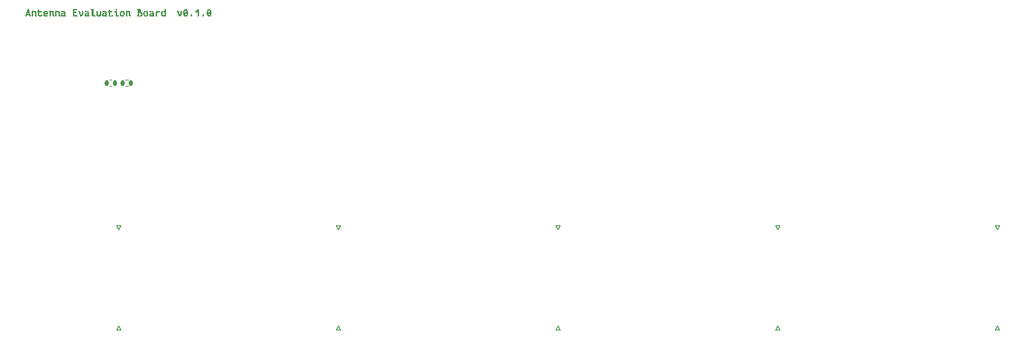
<source format=gbr>
%TF.GenerationSoftware,KiCad,Pcbnew,7.0.1*%
%TF.CreationDate,2023-05-09T18:35:19+02:00*%
%TF.ProjectId,antenna-evaluation-board,616e7465-6e6e-4612-9d65-76616c756174,rev?*%
%TF.SameCoordinates,Original*%
%TF.FileFunction,Legend,Top*%
%TF.FilePolarity,Positive*%
%FSLAX46Y46*%
G04 Gerber Fmt 4.6, Leading zero omitted, Abs format (unit mm)*
G04 Created by KiCad (PCBNEW 7.0.1) date 2023-05-09 18:35:19*
%MOMM*%
%LPD*%
G01*
G04 APERTURE LIST*
G04 Aperture macros list*
%AMRoundRect*
0 Rectangle with rounded corners*
0 $1 Rounding radius*
0 $2 $3 $4 $5 $6 $7 $8 $9 X,Y pos of 4 corners*
0 Add a 4 corners polygon primitive as box body*
4,1,4,$2,$3,$4,$5,$6,$7,$8,$9,$2,$3,0*
0 Add four circle primitives for the rounded corners*
1,1,$1+$1,$2,$3*
1,1,$1+$1,$4,$5*
1,1,$1+$1,$6,$7*
1,1,$1+$1,$8,$9*
0 Add four rect primitives between the rounded corners*
20,1,$1+$1,$2,$3,$4,$5,0*
20,1,$1+$1,$4,$5,$6,$7,0*
20,1,$1+$1,$6,$7,$8,$9,0*
20,1,$1+$1,$8,$9,$2,$3,0*%
G04 Aperture macros list end*
%ADD10C,0.200000*%
%ADD11C,0.120000*%
%ADD12C,1.000000*%
%ADD13C,0.800000*%
%ADD14C,6.000000*%
%ADD15R,1.780000X4.190000*%
%ADD16R,2.665000X4.190000*%
%ADD17RoundRect,0.135000X0.135000X0.185000X-0.135000X0.185000X-0.135000X-0.185000X0.135000X-0.185000X0*%
%ADD18RoundRect,0.250000X1.250000X0.250000X-1.250000X0.250000X-1.250000X-0.250000X1.250000X-0.250000X0*%
%ADD19RoundRect,0.135000X-0.135000X-0.185000X0.135000X-0.185000X0.135000X0.185000X-0.135000X0.185000X0*%
G04 APERTURE END LIST*
D10*
G36*
X49803908Y-41099225D02*
G01*
X49659072Y-41188618D01*
X49667299Y-41201087D01*
X49675835Y-41214815D01*
X49684642Y-41229727D01*
X49693684Y-41245750D01*
X49702922Y-41262810D01*
X49712320Y-41280834D01*
X49721840Y-41299746D01*
X49731444Y-41319475D01*
X49741096Y-41339945D01*
X49750757Y-41361082D01*
X49760391Y-41382814D01*
X49769960Y-41405066D01*
X49779427Y-41427764D01*
X49788754Y-41450835D01*
X49797904Y-41474204D01*
X49806839Y-41497799D01*
X49815523Y-41521544D01*
X49823917Y-41545366D01*
X49831984Y-41569192D01*
X49839688Y-41592947D01*
X49846990Y-41616558D01*
X49853853Y-41639950D01*
X49860240Y-41663051D01*
X49866114Y-41685786D01*
X49871436Y-41708080D01*
X49876170Y-41729862D01*
X49880279Y-41751056D01*
X49883724Y-41771589D01*
X49886469Y-41791386D01*
X49888476Y-41810375D01*
X49889707Y-41828481D01*
X49890126Y-41845631D01*
X49903114Y-41845597D01*
X49915442Y-41845493D01*
X49927136Y-41845315D01*
X49938222Y-41845061D01*
X49948725Y-41844728D01*
X49958672Y-41844312D01*
X49976996Y-41843223D01*
X49993402Y-41841769D01*
X50008094Y-41839925D01*
X50021278Y-41837669D01*
X50033161Y-41834976D01*
X50043947Y-41831822D01*
X50053843Y-41828183D01*
X50063053Y-41824036D01*
X50071785Y-41819356D01*
X50080244Y-41814119D01*
X50088635Y-41808301D01*
X50097164Y-41801879D01*
X50106037Y-41794829D01*
X50117557Y-41785101D01*
X50128761Y-41774796D01*
X50139645Y-41763930D01*
X50150206Y-41752518D01*
X50160441Y-41740576D01*
X50170346Y-41728118D01*
X50179919Y-41715160D01*
X50189155Y-41701719D01*
X50198053Y-41687808D01*
X50206608Y-41673445D01*
X50214817Y-41658643D01*
X50222678Y-41643420D01*
X50230186Y-41627790D01*
X50237340Y-41611768D01*
X50244134Y-41595370D01*
X50250567Y-41578613D01*
X50256635Y-41561510D01*
X50262335Y-41544078D01*
X50267664Y-41526331D01*
X50272618Y-41508287D01*
X50277194Y-41489959D01*
X50281389Y-41471364D01*
X50285200Y-41452517D01*
X50288623Y-41433433D01*
X50291656Y-41414128D01*
X50294295Y-41394618D01*
X50296537Y-41374917D01*
X50298378Y-41355042D01*
X50299816Y-41335007D01*
X50300846Y-41314829D01*
X50301467Y-41294522D01*
X50301675Y-41274103D01*
X50301619Y-41261859D01*
X50301459Y-41248020D01*
X50301301Y-41238176D01*
X50301106Y-41228026D01*
X50300877Y-41217731D01*
X50300617Y-41207452D01*
X50300332Y-41197349D01*
X50299862Y-41182879D01*
X50299352Y-41169712D01*
X50298815Y-41158392D01*
X50298077Y-41147110D01*
X50297523Y-41142212D01*
X50125820Y-41142212D01*
X50126454Y-41153957D01*
X50126883Y-41164170D01*
X50127243Y-41174977D01*
X50127535Y-41186254D01*
X50127759Y-41197877D01*
X50127913Y-41209725D01*
X50127999Y-41221674D01*
X50128018Y-41230628D01*
X50128011Y-41241837D01*
X50127957Y-41252839D01*
X50127811Y-41263360D01*
X50127473Y-41274440D01*
X50127286Y-41278255D01*
X50126865Y-41291620D01*
X50126372Y-41305009D01*
X50125798Y-41318412D01*
X50125130Y-41331819D01*
X50124359Y-41345219D01*
X50123472Y-41358602D01*
X50122459Y-41371959D01*
X50121309Y-41385279D01*
X50120011Y-41398552D01*
X50118554Y-41411767D01*
X50116927Y-41424914D01*
X50115118Y-41437984D01*
X50113118Y-41450966D01*
X50110914Y-41463849D01*
X50108496Y-41476624D01*
X50105853Y-41489281D01*
X50102974Y-41501808D01*
X50099848Y-41514197D01*
X50096464Y-41526437D01*
X50092810Y-41538517D01*
X50088877Y-41550427D01*
X50084652Y-41562158D01*
X50080125Y-41573699D01*
X50075285Y-41585039D01*
X50070121Y-41596169D01*
X50064621Y-41607079D01*
X50058776Y-41617758D01*
X50052573Y-41628196D01*
X50046002Y-41638382D01*
X50039052Y-41648308D01*
X50031712Y-41657962D01*
X50023971Y-41667334D01*
X50019587Y-41650677D01*
X50015129Y-41633911D01*
X50010590Y-41617040D01*
X50005960Y-41600067D01*
X50001230Y-41582996D01*
X49996393Y-41565832D01*
X49991438Y-41548578D01*
X49986358Y-41531237D01*
X49981143Y-41513814D01*
X49975784Y-41496313D01*
X49970274Y-41478737D01*
X49964603Y-41461091D01*
X49958762Y-41443377D01*
X49952743Y-41425601D01*
X49946537Y-41407765D01*
X49940135Y-41389874D01*
X49933528Y-41371931D01*
X49926708Y-41353941D01*
X49919665Y-41335907D01*
X49912392Y-41317833D01*
X49904879Y-41299723D01*
X49897118Y-41281580D01*
X49889099Y-41263409D01*
X49880814Y-41245213D01*
X49872255Y-41226997D01*
X49863412Y-41208764D01*
X49854276Y-41190518D01*
X49844840Y-41172262D01*
X49835094Y-41154001D01*
X49825029Y-41135739D01*
X49814637Y-41117479D01*
X49803908Y-41099225D01*
G37*
G36*
X50752732Y-40924042D02*
G01*
X50772212Y-40926027D01*
X50790737Y-40929282D01*
X50808330Y-40933761D01*
X50825010Y-40939420D01*
X50840800Y-40946216D01*
X50855722Y-40954103D01*
X50869795Y-40963037D01*
X50883043Y-40972973D01*
X50895486Y-40983867D01*
X50907146Y-40995675D01*
X50918043Y-41008352D01*
X50928201Y-41021854D01*
X50937639Y-41036136D01*
X50946380Y-41051154D01*
X50954445Y-41066863D01*
X50961855Y-41083219D01*
X50968631Y-41100177D01*
X50974796Y-41117693D01*
X50980370Y-41135723D01*
X50985375Y-41154222D01*
X50989833Y-41173145D01*
X50993764Y-41192449D01*
X50997191Y-41212088D01*
X51000134Y-41232018D01*
X51002616Y-41252196D01*
X51004656Y-41272575D01*
X51006278Y-41293113D01*
X51007502Y-41313764D01*
X51008350Y-41334483D01*
X51008843Y-41355228D01*
X51009002Y-41375952D01*
X51008855Y-41397220D01*
X51008395Y-41418538D01*
X51007600Y-41439861D01*
X51006445Y-41461139D01*
X51004905Y-41482325D01*
X51002958Y-41503372D01*
X51000579Y-41524232D01*
X50997744Y-41544857D01*
X50994429Y-41565200D01*
X50990610Y-41585213D01*
X50986262Y-41604849D01*
X50981362Y-41624059D01*
X50975886Y-41642797D01*
X50969809Y-41661014D01*
X50963107Y-41678663D01*
X50955757Y-41695696D01*
X50947735Y-41712067D01*
X50939016Y-41727726D01*
X50929576Y-41742626D01*
X50919391Y-41756720D01*
X50908437Y-41769961D01*
X50896691Y-41782300D01*
X50884127Y-41793690D01*
X50870723Y-41804083D01*
X50856453Y-41813432D01*
X50841294Y-41821689D01*
X50825222Y-41828806D01*
X50808213Y-41834736D01*
X50790242Y-41839431D01*
X50771286Y-41842844D01*
X50751320Y-41844926D01*
X50730321Y-41845631D01*
X50708737Y-41845026D01*
X50688206Y-41843235D01*
X50668704Y-41840291D01*
X50650208Y-41836229D01*
X50632692Y-41831082D01*
X50616134Y-41824885D01*
X50600508Y-41817671D01*
X50585791Y-41809475D01*
X50571958Y-41800332D01*
X50558985Y-41790274D01*
X50546849Y-41779336D01*
X50535524Y-41767553D01*
X50524988Y-41754957D01*
X50515215Y-41741584D01*
X50506181Y-41727467D01*
X50497863Y-41712641D01*
X50490236Y-41697139D01*
X50483277Y-41680996D01*
X50476960Y-41664245D01*
X50471262Y-41646921D01*
X50466158Y-41629058D01*
X50461625Y-41610690D01*
X50460432Y-41605052D01*
X50637998Y-41605052D01*
X50641321Y-41617105D01*
X50644722Y-41628355D01*
X50648237Y-41638805D01*
X50651904Y-41648458D01*
X50657770Y-41661453D01*
X50664187Y-41672676D01*
X50671280Y-41682139D01*
X50679175Y-41689855D01*
X50687998Y-41695835D01*
X50697873Y-41700091D01*
X50708926Y-41702636D01*
X50721284Y-41703482D01*
X50740278Y-41701472D01*
X50757051Y-41695626D01*
X50771740Y-41686216D01*
X50784482Y-41673516D01*
X50795416Y-41657799D01*
X50800247Y-41648895D01*
X50804678Y-41639339D01*
X50808725Y-41629166D01*
X50812406Y-41618409D01*
X50815738Y-41607103D01*
X50818737Y-41595282D01*
X50821422Y-41582980D01*
X50823809Y-41570232D01*
X50825916Y-41557071D01*
X50827759Y-41543531D01*
X50829356Y-41529648D01*
X50830724Y-41515454D01*
X50831881Y-41500985D01*
X50832842Y-41486273D01*
X50833626Y-41471355D01*
X50834250Y-41456263D01*
X50834731Y-41441032D01*
X50835086Y-41425696D01*
X50835332Y-41410289D01*
X50835487Y-41394845D01*
X50835567Y-41379399D01*
X50835590Y-41363984D01*
X50835582Y-41360380D01*
X50835475Y-41350398D01*
X50835224Y-41339560D01*
X50834857Y-41329790D01*
X50637998Y-41605052D01*
X50460432Y-41605052D01*
X50457639Y-41591851D01*
X50454174Y-41572575D01*
X50451208Y-41552896D01*
X50448715Y-41532849D01*
X50446672Y-41512466D01*
X50445055Y-41491783D01*
X50443839Y-41470834D01*
X50443001Y-41449652D01*
X50442515Y-41428271D01*
X50442359Y-41406727D01*
X50442425Y-41396224D01*
X50616748Y-41396224D01*
X50616762Y-41399273D01*
X50616984Y-41409985D01*
X50617416Y-41420968D01*
X50617970Y-41431151D01*
X50810189Y-41159309D01*
X50808229Y-41152892D01*
X50804480Y-41140843D01*
X50800893Y-41129812D01*
X50797395Y-41119769D01*
X50792152Y-41106489D01*
X50786690Y-41095259D01*
X50780757Y-41085975D01*
X50774104Y-41078532D01*
X50763676Y-41071294D01*
X50754363Y-41067745D01*
X50743491Y-41065692D01*
X50730810Y-41065031D01*
X50712181Y-41067344D01*
X50695685Y-41074013D01*
X50681193Y-41084628D01*
X50668577Y-41098782D01*
X50662933Y-41107059D01*
X50657709Y-41116068D01*
X50652890Y-41125757D01*
X50648459Y-41136077D01*
X50644402Y-41146975D01*
X50640700Y-41158402D01*
X50637340Y-41170305D01*
X50634303Y-41182634D01*
X50631575Y-41195338D01*
X50629140Y-41208366D01*
X50626981Y-41221667D01*
X50625082Y-41235190D01*
X50623427Y-41248884D01*
X50622000Y-41262698D01*
X50620786Y-41276581D01*
X50619767Y-41290482D01*
X50618928Y-41304351D01*
X50618254Y-41318135D01*
X50617727Y-41331784D01*
X50617332Y-41345248D01*
X50617052Y-41358475D01*
X50616873Y-41371414D01*
X50616777Y-41384014D01*
X50616748Y-41396224D01*
X50442425Y-41396224D01*
X50442498Y-41384732D01*
X50442934Y-41362699D01*
X50443695Y-41340674D01*
X50444809Y-41318708D01*
X50446303Y-41296848D01*
X50448205Y-41275142D01*
X50450543Y-41253639D01*
X50453346Y-41232387D01*
X50456641Y-41211434D01*
X50460455Y-41190830D01*
X50464817Y-41170621D01*
X50469755Y-41150857D01*
X50475296Y-41131586D01*
X50481468Y-41112856D01*
X50488299Y-41094715D01*
X50495818Y-41077213D01*
X50504051Y-41060396D01*
X50513027Y-41044314D01*
X50522773Y-41029015D01*
X50533318Y-41014548D01*
X50544689Y-41000959D01*
X50556914Y-40988299D01*
X50570022Y-40976615D01*
X50584039Y-40965956D01*
X50598994Y-40956370D01*
X50614914Y-40947905D01*
X50631828Y-40940610D01*
X50649764Y-40934532D01*
X50668748Y-40929721D01*
X50688810Y-40926225D01*
X50709976Y-40924092D01*
X50732275Y-40923370D01*
X50752732Y-40924042D01*
G37*
G36*
X51339219Y-41616043D02*
G01*
X51339219Y-41830000D01*
X51554641Y-41830000D01*
X51554641Y-41616043D01*
X51339219Y-41616043D01*
G37*
G36*
X52186986Y-40923370D02*
G01*
X52180440Y-40934433D01*
X52173802Y-40944811D01*
X52164889Y-40957976D01*
X52153678Y-40973597D01*
X52147204Y-40982225D01*
X52140145Y-40991342D01*
X52132501Y-41000907D01*
X52124267Y-41010879D01*
X52115441Y-41021215D01*
X52106019Y-41031875D01*
X52095999Y-41042817D01*
X52085379Y-41053999D01*
X52074154Y-41065380D01*
X52062322Y-41076919D01*
X52049880Y-41088573D01*
X52036825Y-41100302D01*
X52023154Y-41112064D01*
X52008864Y-41123817D01*
X51993952Y-41135520D01*
X51978416Y-41147132D01*
X51962252Y-41158610D01*
X51945457Y-41169914D01*
X51928029Y-41181002D01*
X51909964Y-41191832D01*
X51891259Y-41202363D01*
X51871912Y-41212554D01*
X51970342Y-41360809D01*
X51986777Y-41351086D01*
X52002738Y-41340909D01*
X52018224Y-41330330D01*
X52033231Y-41319398D01*
X52047755Y-41308165D01*
X52061794Y-41296680D01*
X52075345Y-41284993D01*
X52088403Y-41273156D01*
X52100966Y-41261219D01*
X52113031Y-41249232D01*
X52124594Y-41237246D01*
X52135653Y-41225311D01*
X52146203Y-41213478D01*
X52156242Y-41201797D01*
X52165767Y-41190318D01*
X52174773Y-41179092D01*
X52175995Y-41845631D01*
X52352338Y-41845631D01*
X52352338Y-40954633D01*
X52186986Y-40923370D01*
G37*
G36*
X52787090Y-41616043D02*
G01*
X52787090Y-41830000D01*
X53002513Y-41830000D01*
X53002513Y-41616043D01*
X52787090Y-41616043D01*
G37*
G36*
X53648475Y-40924042D02*
G01*
X53667955Y-40926027D01*
X53686481Y-40929282D01*
X53704073Y-40933761D01*
X53720753Y-40939420D01*
X53736544Y-40946216D01*
X53751465Y-40954103D01*
X53765539Y-40963037D01*
X53778786Y-40972973D01*
X53791229Y-40983867D01*
X53802889Y-40995675D01*
X53813787Y-41008352D01*
X53823944Y-41021854D01*
X53833382Y-41036136D01*
X53842123Y-41051154D01*
X53850188Y-41066863D01*
X53857598Y-41083219D01*
X53864374Y-41100177D01*
X53870539Y-41117693D01*
X53876113Y-41135723D01*
X53881119Y-41154222D01*
X53885576Y-41173145D01*
X53889508Y-41192449D01*
X53892934Y-41212088D01*
X53895877Y-41232018D01*
X53898359Y-41252196D01*
X53900400Y-41272575D01*
X53902021Y-41293113D01*
X53903245Y-41313764D01*
X53904093Y-41334483D01*
X53904586Y-41355228D01*
X53904746Y-41375952D01*
X53904598Y-41397220D01*
X53904138Y-41418538D01*
X53903343Y-41439861D01*
X53902188Y-41461139D01*
X53900649Y-41482325D01*
X53898702Y-41503372D01*
X53896323Y-41524232D01*
X53893488Y-41544857D01*
X53890172Y-41565200D01*
X53886353Y-41585213D01*
X53882005Y-41604849D01*
X53877105Y-41624059D01*
X53871629Y-41642797D01*
X53865552Y-41661014D01*
X53858851Y-41678663D01*
X53851501Y-41695696D01*
X53843478Y-41712067D01*
X53834759Y-41727726D01*
X53825319Y-41742626D01*
X53815134Y-41756720D01*
X53804181Y-41769961D01*
X53792434Y-41782300D01*
X53779871Y-41793690D01*
X53766466Y-41804083D01*
X53752196Y-41813432D01*
X53737037Y-41821689D01*
X53720965Y-41828806D01*
X53703956Y-41834736D01*
X53685985Y-41839431D01*
X53667029Y-41842844D01*
X53647064Y-41844926D01*
X53626064Y-41845631D01*
X53604480Y-41845026D01*
X53583949Y-41843235D01*
X53564447Y-41840291D01*
X53545951Y-41836229D01*
X53528435Y-41831082D01*
X53511877Y-41824885D01*
X53496251Y-41817671D01*
X53481534Y-41809475D01*
X53467701Y-41800332D01*
X53454728Y-41790274D01*
X53442592Y-41779336D01*
X53431267Y-41767553D01*
X53420731Y-41754957D01*
X53410958Y-41741584D01*
X53401924Y-41727467D01*
X53393606Y-41712641D01*
X53385980Y-41697139D01*
X53379020Y-41680996D01*
X53372703Y-41664245D01*
X53367005Y-41646921D01*
X53361901Y-41629058D01*
X53357369Y-41610690D01*
X53356176Y-41605052D01*
X53533741Y-41605052D01*
X53537064Y-41617105D01*
X53540465Y-41628355D01*
X53543980Y-41638805D01*
X53547647Y-41648458D01*
X53553514Y-41661453D01*
X53559930Y-41672676D01*
X53567024Y-41682139D01*
X53574919Y-41689855D01*
X53583741Y-41695835D01*
X53593616Y-41700091D01*
X53604670Y-41702636D01*
X53617028Y-41703482D01*
X53636021Y-41701472D01*
X53652794Y-41695626D01*
X53667483Y-41686216D01*
X53680225Y-41673516D01*
X53691159Y-41657799D01*
X53695990Y-41648895D01*
X53700421Y-41639339D01*
X53704468Y-41629166D01*
X53708149Y-41618409D01*
X53711481Y-41607103D01*
X53714480Y-41595282D01*
X53717165Y-41582980D01*
X53719552Y-41570232D01*
X53721659Y-41557071D01*
X53723502Y-41543531D01*
X53725099Y-41529648D01*
X53726467Y-41515454D01*
X53727624Y-41500985D01*
X53728585Y-41486273D01*
X53729370Y-41471355D01*
X53729994Y-41456263D01*
X53730474Y-41441032D01*
X53730829Y-41425696D01*
X53731076Y-41410289D01*
X53731230Y-41394845D01*
X53731310Y-41379399D01*
X53731333Y-41363984D01*
X53731325Y-41360380D01*
X53731219Y-41350398D01*
X53730967Y-41339560D01*
X53730600Y-41329790D01*
X53533741Y-41605052D01*
X53356176Y-41605052D01*
X53353382Y-41591851D01*
X53349917Y-41572575D01*
X53346951Y-41552896D01*
X53344458Y-41532849D01*
X53342416Y-41512466D01*
X53340798Y-41491783D01*
X53339583Y-41470834D01*
X53338744Y-41449652D01*
X53338259Y-41428271D01*
X53338102Y-41406727D01*
X53338168Y-41396224D01*
X53512492Y-41396224D01*
X53512505Y-41399273D01*
X53512727Y-41409985D01*
X53513159Y-41420968D01*
X53513713Y-41431151D01*
X53705932Y-41159309D01*
X53703973Y-41152892D01*
X53700223Y-41140843D01*
X53696636Y-41129812D01*
X53693138Y-41119769D01*
X53687895Y-41106489D01*
X53682433Y-41095259D01*
X53676501Y-41085975D01*
X53669847Y-41078532D01*
X53659420Y-41071294D01*
X53650106Y-41067745D01*
X53639234Y-41065692D01*
X53626553Y-41065031D01*
X53607924Y-41067344D01*
X53591428Y-41074013D01*
X53576937Y-41084628D01*
X53564321Y-41098782D01*
X53558676Y-41107059D01*
X53553452Y-41116068D01*
X53548633Y-41125757D01*
X53544203Y-41136077D01*
X53540145Y-41146975D01*
X53536444Y-41158402D01*
X53533083Y-41170305D01*
X53530047Y-41182634D01*
X53527319Y-41195338D01*
X53524883Y-41208366D01*
X53522724Y-41221667D01*
X53520825Y-41235190D01*
X53519170Y-41248884D01*
X53517743Y-41262698D01*
X53516529Y-41276581D01*
X53515510Y-41290482D01*
X53514672Y-41304351D01*
X53513997Y-41318135D01*
X53513470Y-41331784D01*
X53513075Y-41345248D01*
X53512796Y-41358475D01*
X53512616Y-41371414D01*
X53512520Y-41384014D01*
X53512492Y-41396224D01*
X53338168Y-41396224D01*
X53338241Y-41384732D01*
X53338677Y-41362699D01*
X53339438Y-41340674D01*
X53340552Y-41318708D01*
X53342046Y-41296848D01*
X53343948Y-41275142D01*
X53346287Y-41253639D01*
X53349089Y-41232387D01*
X53352384Y-41211434D01*
X53356198Y-41190830D01*
X53360560Y-41170621D01*
X53365498Y-41150857D01*
X53371039Y-41131586D01*
X53377211Y-41112856D01*
X53384043Y-41094715D01*
X53391561Y-41077213D01*
X53399794Y-41060396D01*
X53408770Y-41044314D01*
X53418516Y-41029015D01*
X53429061Y-41014548D01*
X53440432Y-41000959D01*
X53452658Y-40988299D01*
X53465765Y-40976615D01*
X53479782Y-40965956D01*
X53494737Y-40956370D01*
X53510658Y-40947905D01*
X53527572Y-40940610D01*
X53545507Y-40934532D01*
X53564491Y-40929721D01*
X53584553Y-40926225D01*
X53605719Y-40924092D01*
X53628018Y-40923370D01*
X53648475Y-40924042D01*
G37*
G36*
X31667027Y-41663914D02*
G01*
X31670107Y-41674286D01*
X31673194Y-41684695D01*
X31676259Y-41695134D01*
X31679273Y-41705596D01*
X31682209Y-41716072D01*
X31685037Y-41726554D01*
X31687731Y-41737035D01*
X31690260Y-41747506D01*
X31692598Y-41757961D01*
X31694716Y-41768390D01*
X31696586Y-41778787D01*
X31698179Y-41789142D01*
X31699467Y-41799449D01*
X31700423Y-41809700D01*
X31701016Y-41819886D01*
X31701221Y-41830000D01*
X31512665Y-41830000D01*
X31512586Y-41822520D01*
X31512177Y-41811415D01*
X31511436Y-41800438D01*
X31510380Y-41789585D01*
X31509025Y-41778846D01*
X31507388Y-41768216D01*
X31505486Y-41757685D01*
X31503336Y-41747249D01*
X31500955Y-41736898D01*
X31498360Y-41726627D01*
X31495568Y-41716427D01*
X31473586Y-41638757D01*
X31454642Y-41639076D01*
X31436665Y-41639327D01*
X31419555Y-41639551D01*
X31403210Y-41639788D01*
X31387527Y-41640079D01*
X31372405Y-41640466D01*
X31357742Y-41640989D01*
X31343435Y-41641688D01*
X31329384Y-41642605D01*
X31315484Y-41643781D01*
X31301636Y-41645255D01*
X31287737Y-41647069D01*
X31273684Y-41649264D01*
X31259376Y-41651881D01*
X31244712Y-41654959D01*
X31229588Y-41658541D01*
X31209071Y-41719846D01*
X31205283Y-41731465D01*
X31201635Y-41742939D01*
X31198168Y-41754226D01*
X31194921Y-41765282D01*
X31191930Y-41776067D01*
X31189236Y-41786537D01*
X31186877Y-41796651D01*
X31184891Y-41806365D01*
X31182892Y-41818625D01*
X31181716Y-41830000D01*
X31003907Y-41830000D01*
X31004571Y-41822052D01*
X31006137Y-41809558D01*
X31008330Y-41796443D01*
X31011087Y-41782784D01*
X31014344Y-41768657D01*
X31016761Y-41759016D01*
X31019352Y-41749224D01*
X31022099Y-41739303D01*
X31024983Y-41729275D01*
X31027984Y-41719163D01*
X31031085Y-41708989D01*
X31034265Y-41698777D01*
X31037505Y-41688548D01*
X31040788Y-41678325D01*
X31099061Y-41498562D01*
X31265003Y-41498562D01*
X31268968Y-41497741D01*
X31282184Y-41495572D01*
X31291975Y-41494350D01*
X31302437Y-41493284D01*
X31313473Y-41492357D01*
X31324985Y-41491551D01*
X31336878Y-41490847D01*
X31349053Y-41490227D01*
X31361415Y-41489673D01*
X31373865Y-41489167D01*
X31386308Y-41488690D01*
X31398646Y-41488224D01*
X31410782Y-41487750D01*
X31422619Y-41487252D01*
X31434061Y-41486710D01*
X31445010Y-41486106D01*
X31441112Y-41467323D01*
X31438778Y-41457636D01*
X31436216Y-41447768D01*
X31433448Y-41437731D01*
X31430495Y-41427538D01*
X31427379Y-41417200D01*
X31424120Y-41406730D01*
X31420740Y-41396141D01*
X31417260Y-41385444D01*
X31413702Y-41374651D01*
X31410088Y-41363776D01*
X31406438Y-41352829D01*
X31402774Y-41341823D01*
X31399118Y-41330771D01*
X31395490Y-41319685D01*
X31391912Y-41308576D01*
X31388406Y-41297457D01*
X31384992Y-41286341D01*
X31381693Y-41275239D01*
X31378529Y-41264163D01*
X31375523Y-41253127D01*
X31372694Y-41242141D01*
X31370066Y-41231219D01*
X31367658Y-41220372D01*
X31365493Y-41209613D01*
X31363592Y-41198954D01*
X31361976Y-41188407D01*
X31360667Y-41177985D01*
X31359685Y-41167699D01*
X31359053Y-41157561D01*
X31358792Y-41147585D01*
X31358232Y-41158464D01*
X31357342Y-41169478D01*
X31356139Y-41180614D01*
X31354642Y-41191858D01*
X31352868Y-41203198D01*
X31350835Y-41214621D01*
X31348560Y-41226114D01*
X31346061Y-41237665D01*
X31343356Y-41249260D01*
X31340463Y-41260886D01*
X31337400Y-41272531D01*
X31334183Y-41284182D01*
X31330831Y-41295825D01*
X31327361Y-41307449D01*
X31323792Y-41319039D01*
X31320141Y-41330584D01*
X31316425Y-41342070D01*
X31312663Y-41353485D01*
X31308871Y-41364815D01*
X31305068Y-41376047D01*
X31301272Y-41387170D01*
X31297500Y-41398170D01*
X31293770Y-41409033D01*
X31290099Y-41419748D01*
X31286506Y-41430301D01*
X31283007Y-41440679D01*
X31279621Y-41450870D01*
X31276366Y-41460861D01*
X31273259Y-41470638D01*
X31270317Y-41480189D01*
X31265003Y-41498562D01*
X31099061Y-41498562D01*
X31285519Y-40923370D01*
X31438660Y-40923370D01*
X31667027Y-41663914D01*
G37*
G36*
X31954989Y-41194480D02*
G01*
X31952744Y-41181800D01*
X31949807Y-41169204D01*
X31946377Y-41156934D01*
X31942655Y-41145234D01*
X31938841Y-41134347D01*
X31935137Y-41124515D01*
X31930964Y-41114082D01*
X31928855Y-41108995D01*
X31770341Y-41141723D01*
X31773282Y-41153260D01*
X31775974Y-41163930D01*
X31778424Y-41173953D01*
X31780642Y-41183550D01*
X31783549Y-41197627D01*
X31785979Y-41211984D01*
X31787347Y-41222079D01*
X31788523Y-41232849D01*
X31789516Y-41244515D01*
X31790333Y-41257297D01*
X31790984Y-41271416D01*
X31791475Y-41287092D01*
X31791816Y-41304545D01*
X31792015Y-41323997D01*
X31792063Y-41334540D01*
X31792079Y-41345666D01*
X31792079Y-41830000D01*
X31963782Y-41830000D01*
X31963782Y-41344933D01*
X31974837Y-41335700D01*
X31986160Y-41327052D01*
X31997689Y-41318991D01*
X32009360Y-41311518D01*
X32021109Y-41304634D01*
X32032874Y-41298342D01*
X32044591Y-41292642D01*
X32056197Y-41287536D01*
X32067628Y-41283026D01*
X32078822Y-41279112D01*
X32089714Y-41275796D01*
X32100241Y-41273080D01*
X32110341Y-41270965D01*
X32124549Y-41268923D01*
X32137438Y-41268241D01*
X32149371Y-41269062D01*
X32159560Y-41271483D01*
X32170649Y-41277099D01*
X32179155Y-41285310D01*
X32185373Y-41295975D01*
X32188712Y-41305497D01*
X32191054Y-41316258D01*
X32192523Y-41328197D01*
X32193244Y-41341254D01*
X32193370Y-41350551D01*
X32193370Y-41677836D01*
X32193659Y-41687834D01*
X32195893Y-41706833D01*
X32200172Y-41724536D01*
X32206299Y-41740984D01*
X32214076Y-41756219D01*
X32223306Y-41770280D01*
X32233791Y-41783209D01*
X32245333Y-41795046D01*
X32257735Y-41805833D01*
X32270800Y-41815609D01*
X32284330Y-41824417D01*
X32298128Y-41832295D01*
X32311996Y-41839287D01*
X32325736Y-41845431D01*
X32339152Y-41850769D01*
X32352045Y-41855342D01*
X32358234Y-41857355D01*
X32437369Y-41720334D01*
X32426780Y-41714677D01*
X32416548Y-41709126D01*
X32406821Y-41703506D01*
X32397750Y-41697640D01*
X32389483Y-41691352D01*
X32382171Y-41684467D01*
X32375964Y-41676807D01*
X32371011Y-41668196D01*
X32367462Y-41658459D01*
X32365466Y-41647418D01*
X32365073Y-41639246D01*
X32365073Y-41283872D01*
X32364802Y-41273558D01*
X32364000Y-41263631D01*
X32360855Y-41244927D01*
X32355746Y-41227727D01*
X32348781Y-41212000D01*
X32340069Y-41197715D01*
X32329717Y-41184838D01*
X32317835Y-41173339D01*
X32304531Y-41163186D01*
X32289913Y-41154346D01*
X32274090Y-41146789D01*
X32257170Y-41140481D01*
X32239261Y-41135392D01*
X32220472Y-41131489D01*
X32210782Y-41129972D01*
X32200912Y-41128741D01*
X32190876Y-41127789D01*
X32180688Y-41127115D01*
X32170361Y-41126713D01*
X32159909Y-41126580D01*
X32145629Y-41126967D01*
X32131068Y-41128095D01*
X32116328Y-41129916D01*
X32101512Y-41132381D01*
X32086721Y-41135441D01*
X32072059Y-41139048D01*
X32057626Y-41143153D01*
X32043527Y-41147707D01*
X32029863Y-41152662D01*
X32016736Y-41157969D01*
X32004248Y-41163580D01*
X31992503Y-41169445D01*
X31981602Y-41175516D01*
X31971648Y-41181745D01*
X31962743Y-41188082D01*
X31954989Y-41194480D01*
G37*
G36*
X32741695Y-41545945D02*
G01*
X32742161Y-41533259D01*
X32742559Y-41520443D01*
X32742901Y-41507440D01*
X32743199Y-41494196D01*
X32743466Y-41480654D01*
X32743713Y-41466759D01*
X32743953Y-41452454D01*
X32744199Y-41437684D01*
X32744461Y-41422394D01*
X32744753Y-41406526D01*
X32745086Y-41390026D01*
X32745473Y-41372838D01*
X32745926Y-41354905D01*
X32746457Y-41336173D01*
X32747078Y-41316585D01*
X32747426Y-41306452D01*
X32747801Y-41296085D01*
X32765033Y-41296098D01*
X32782624Y-41296137D01*
X32800527Y-41296197D01*
X32818697Y-41296275D01*
X32837085Y-41296368D01*
X32855646Y-41296471D01*
X32874331Y-41296581D01*
X32893095Y-41296695D01*
X32911891Y-41296809D01*
X32930671Y-41296919D01*
X32949389Y-41297023D01*
X32967998Y-41297115D01*
X32986450Y-41297193D01*
X33004700Y-41297253D01*
X33022701Y-41297292D01*
X33040404Y-41297306D01*
X33042358Y-41157843D01*
X33031277Y-41157728D01*
X33019699Y-41157595D01*
X33004772Y-41157423D01*
X32987004Y-41157220D01*
X32977213Y-41157109D01*
X32966903Y-41156993D01*
X32956136Y-41156873D01*
X32944977Y-41156750D01*
X32933488Y-41156626D01*
X32921733Y-41156500D01*
X32909775Y-41156374D01*
X32897679Y-41156249D01*
X32885507Y-41156126D01*
X32873323Y-41156007D01*
X32861190Y-41155891D01*
X32849172Y-41155780D01*
X32837332Y-41155675D01*
X32825734Y-41155576D01*
X32814441Y-41155486D01*
X32803517Y-41155404D01*
X32793025Y-41155333D01*
X32783028Y-41155272D01*
X32764776Y-41155187D01*
X32749267Y-41155157D01*
X32749466Y-41141611D01*
X32749652Y-41127214D01*
X32749767Y-41117245D01*
X32749875Y-41107050D01*
X32749975Y-41096690D01*
X32750068Y-41086225D01*
X32750152Y-41075717D01*
X32750228Y-41065225D01*
X32750295Y-41054812D01*
X32750352Y-41044537D01*
X32750400Y-41034462D01*
X32750438Y-41024648D01*
X32750475Y-41010548D01*
X32750488Y-40997376D01*
X32579030Y-40993224D01*
X32579011Y-41007212D01*
X32578981Y-41017057D01*
X32578940Y-41027242D01*
X32578888Y-41037707D01*
X32578829Y-41048388D01*
X32578765Y-41059222D01*
X32578697Y-41070148D01*
X32578629Y-41081102D01*
X32578561Y-41092021D01*
X32578497Y-41102844D01*
X32578438Y-41113508D01*
X32578387Y-41123950D01*
X32578345Y-41134107D01*
X32578315Y-41143916D01*
X32578297Y-41157843D01*
X32568039Y-41157843D01*
X32556984Y-41158056D01*
X32545233Y-41158687D01*
X32533305Y-41159725D01*
X32521721Y-41161159D01*
X32510999Y-41162977D01*
X32500005Y-41165651D01*
X32498429Y-41166147D01*
X32509909Y-41305610D01*
X32520060Y-41302848D01*
X32530431Y-41300621D01*
X32540982Y-41298948D01*
X32551674Y-41297848D01*
X32562470Y-41297340D01*
X32566085Y-41297306D01*
X32575610Y-41297306D01*
X32575295Y-41307574D01*
X32574991Y-41317636D01*
X32574699Y-41327495D01*
X32574144Y-41346623D01*
X32573629Y-41364988D01*
X32573151Y-41382624D01*
X32572707Y-41399561D01*
X32572296Y-41415832D01*
X32571913Y-41431468D01*
X32571558Y-41446502D01*
X32571228Y-41460965D01*
X32570919Y-41474889D01*
X32570630Y-41488305D01*
X32570358Y-41501247D01*
X32570101Y-41513745D01*
X32569855Y-41525831D01*
X32569619Y-41537538D01*
X32569504Y-41543258D01*
X32569504Y-41571591D01*
X32569540Y-41582368D01*
X32569666Y-41592997D01*
X32569910Y-41603483D01*
X32570298Y-41613833D01*
X32570858Y-41624053D01*
X32571616Y-41634149D01*
X32572601Y-41644126D01*
X32573839Y-41653992D01*
X32575358Y-41663752D01*
X32577184Y-41673412D01*
X32579346Y-41682978D01*
X32581869Y-41692456D01*
X32584781Y-41701853D01*
X32588110Y-41711175D01*
X32591883Y-41720427D01*
X32596127Y-41729616D01*
X32600836Y-41738845D01*
X32605848Y-41747582D01*
X32611158Y-41755840D01*
X32622650Y-41770971D01*
X32635270Y-41784343D01*
X32648978Y-41796060D01*
X32663734Y-41806226D01*
X32679496Y-41814945D01*
X32696224Y-41822323D01*
X32713876Y-41828464D01*
X32732413Y-41833473D01*
X32742000Y-41835585D01*
X32751792Y-41837453D01*
X32761786Y-41839090D01*
X32771975Y-41840509D01*
X32782354Y-41841723D01*
X32792919Y-41842746D01*
X32803664Y-41843590D01*
X32814584Y-41844268D01*
X32825674Y-41844793D01*
X32836929Y-41845179D01*
X32848344Y-41845439D01*
X32859913Y-41845585D01*
X32871632Y-41845631D01*
X32882464Y-41845565D01*
X32893154Y-41845355D01*
X32903691Y-41844982D01*
X32914066Y-41844429D01*
X32924267Y-41843677D01*
X32934285Y-41842707D01*
X32944109Y-41841502D01*
X32958459Y-41839214D01*
X32972313Y-41836293D01*
X32985639Y-41832678D01*
X32998399Y-41828308D01*
X33010560Y-41823121D01*
X33022086Y-41817055D01*
X33035959Y-41808496D01*
X33048918Y-41799302D01*
X33060978Y-41789606D01*
X33072152Y-41779540D01*
X33082455Y-41769237D01*
X33091900Y-41758828D01*
X33100501Y-41748447D01*
X33108273Y-41738225D01*
X33115229Y-41728295D01*
X33121384Y-41718790D01*
X33126750Y-41709841D01*
X33133353Y-41697751D01*
X33138262Y-41687658D01*
X33142254Y-41678080D01*
X33000104Y-41610669D01*
X32996928Y-41621259D01*
X32994019Y-41630961D01*
X32990122Y-41641963D01*
X32984935Y-41653566D01*
X32980014Y-41662243D01*
X32974069Y-41670570D01*
X32966972Y-41678253D01*
X32958593Y-41684998D01*
X32952233Y-41688827D01*
X32942120Y-41694100D01*
X32932556Y-41698197D01*
X32921458Y-41701803D01*
X32911160Y-41704195D01*
X32899339Y-41706035D01*
X32889329Y-41706989D01*
X32878226Y-41707527D01*
X32870167Y-41707634D01*
X32859888Y-41707366D01*
X32849315Y-41706840D01*
X32838215Y-41706104D01*
X32828170Y-41705219D01*
X32825715Y-41704947D01*
X32815312Y-41702886D01*
X32805625Y-41700242D01*
X32792422Y-41695067D01*
X32780794Y-41688289D01*
X32770721Y-41679734D01*
X32762181Y-41669227D01*
X32755155Y-41656595D01*
X32751301Y-41646907D01*
X32748105Y-41636145D01*
X32745560Y-41624259D01*
X32743661Y-41611197D01*
X32742401Y-41596907D01*
X32741773Y-41581337D01*
X32741695Y-41573056D01*
X32741695Y-41545945D01*
G37*
G36*
X33539638Y-41126996D02*
G01*
X33558838Y-41128237D01*
X33577222Y-41130293D01*
X33594803Y-41133157D01*
X33611592Y-41136818D01*
X33627604Y-41141268D01*
X33642850Y-41146497D01*
X33657343Y-41152497D01*
X33671095Y-41159257D01*
X33684121Y-41166769D01*
X33696431Y-41175024D01*
X33708039Y-41184012D01*
X33718957Y-41193725D01*
X33729198Y-41204152D01*
X33738776Y-41215286D01*
X33747701Y-41227117D01*
X33755987Y-41239635D01*
X33763648Y-41252831D01*
X33770694Y-41266697D01*
X33777139Y-41281224D01*
X33782996Y-41296401D01*
X33788278Y-41312220D01*
X33792996Y-41328671D01*
X33797164Y-41345746D01*
X33800794Y-41363435D01*
X33803899Y-41381730D01*
X33806492Y-41400620D01*
X33808585Y-41420098D01*
X33810190Y-41440152D01*
X33811322Y-41460776D01*
X33811991Y-41481958D01*
X33812212Y-41503691D01*
X33812144Y-41511475D01*
X33811880Y-41522402D01*
X33811479Y-41533000D01*
X33793373Y-41533296D01*
X33775559Y-41533635D01*
X33758041Y-41534015D01*
X33740824Y-41534437D01*
X33723913Y-41534899D01*
X33707314Y-41535401D01*
X33691031Y-41535942D01*
X33675069Y-41536523D01*
X33659434Y-41537141D01*
X33644130Y-41537798D01*
X33629162Y-41538491D01*
X33614535Y-41539221D01*
X33600255Y-41539987D01*
X33586326Y-41540789D01*
X33572754Y-41541625D01*
X33559542Y-41542495D01*
X33546698Y-41543399D01*
X33534224Y-41544336D01*
X33522127Y-41545306D01*
X33510411Y-41546307D01*
X33499082Y-41547340D01*
X33488144Y-41548403D01*
X33477603Y-41549497D01*
X33467463Y-41550620D01*
X33448407Y-41552953D01*
X33431017Y-41555397D01*
X33415333Y-41557947D01*
X33401395Y-41560600D01*
X33404020Y-41575423D01*
X33407727Y-41589803D01*
X33412449Y-41603669D01*
X33418118Y-41616951D01*
X33424666Y-41629577D01*
X33432024Y-41641477D01*
X33440125Y-41652580D01*
X33448900Y-41662815D01*
X33458283Y-41672111D01*
X33468204Y-41680398D01*
X33478596Y-41687604D01*
X33489391Y-41693659D01*
X33500521Y-41698491D01*
X33511918Y-41702031D01*
X33523514Y-41704206D01*
X33535240Y-41704947D01*
X33548388Y-41704643D01*
X33560682Y-41703730D01*
X33572199Y-41702205D01*
X33583020Y-41700066D01*
X33593223Y-41697310D01*
X33602886Y-41693935D01*
X33612088Y-41689938D01*
X33620908Y-41685316D01*
X33629425Y-41680068D01*
X33637717Y-41674190D01*
X33645863Y-41667681D01*
X33653942Y-41660537D01*
X33662033Y-41652756D01*
X33670213Y-41644336D01*
X33678562Y-41635274D01*
X33687159Y-41625568D01*
X33808792Y-41736454D01*
X33796081Y-41750279D01*
X33783727Y-41763095D01*
X33771522Y-41774918D01*
X33759257Y-41785765D01*
X33746723Y-41795651D01*
X33733710Y-41804594D01*
X33720011Y-41812608D01*
X33705416Y-41819711D01*
X33689717Y-41825917D01*
X33672703Y-41831244D01*
X33654167Y-41835707D01*
X33644263Y-41837620D01*
X33633899Y-41839323D01*
X33623051Y-41840818D01*
X33611691Y-41842107D01*
X33599793Y-41843192D01*
X33587333Y-41844075D01*
X33574282Y-41844759D01*
X33560616Y-41845245D01*
X33546308Y-41845535D01*
X33531332Y-41845631D01*
X33513241Y-41845206D01*
X33495652Y-41843939D01*
X33478571Y-41841843D01*
X33462002Y-41838931D01*
X33445950Y-41835214D01*
X33430419Y-41830706D01*
X33415415Y-41825420D01*
X33400941Y-41819367D01*
X33387003Y-41812561D01*
X33373605Y-41805014D01*
X33360752Y-41796739D01*
X33348449Y-41787748D01*
X33336701Y-41778054D01*
X33325511Y-41767670D01*
X33314885Y-41756608D01*
X33304828Y-41744881D01*
X33295343Y-41732501D01*
X33286437Y-41719481D01*
X33278113Y-41705834D01*
X33270377Y-41691572D01*
X33263232Y-41676708D01*
X33256684Y-41661254D01*
X33250737Y-41645224D01*
X33245397Y-41628629D01*
X33240667Y-41611482D01*
X33236552Y-41593797D01*
X33233058Y-41575585D01*
X33230188Y-41556859D01*
X33227948Y-41537632D01*
X33226342Y-41517916D01*
X33225375Y-41497724D01*
X33225052Y-41477069D01*
X33225348Y-41458442D01*
X33226235Y-41440127D01*
X33227711Y-41422143D01*
X33228486Y-41415519D01*
X33401395Y-41415519D01*
X33415725Y-41413082D01*
X33429809Y-41410889D01*
X33443706Y-41408930D01*
X33457476Y-41407192D01*
X33471175Y-41405663D01*
X33484862Y-41404331D01*
X33498596Y-41403183D01*
X33512434Y-41402208D01*
X33526436Y-41401393D01*
X33540659Y-41400726D01*
X33555162Y-41400196D01*
X33570003Y-41399789D01*
X33585240Y-41399493D01*
X33600933Y-41399297D01*
X33617138Y-41399189D01*
X33633914Y-41399155D01*
X33632744Y-41382319D01*
X33630548Y-41366697D01*
X33627380Y-41352270D01*
X33623290Y-41339022D01*
X33618330Y-41326934D01*
X33612551Y-41315989D01*
X33606005Y-41306170D01*
X33598743Y-41297459D01*
X33590818Y-41289838D01*
X33582280Y-41283290D01*
X33573181Y-41277798D01*
X33563572Y-41273343D01*
X33553506Y-41269909D01*
X33543033Y-41267478D01*
X33532205Y-41266032D01*
X33521074Y-41265554D01*
X33508264Y-41266340D01*
X33496046Y-41268642D01*
X33484446Y-41272382D01*
X33473489Y-41277480D01*
X33463200Y-41283856D01*
X33453604Y-41291430D01*
X33444728Y-41300123D01*
X33436597Y-41309854D01*
X33429235Y-41320544D01*
X33422669Y-41332113D01*
X33416923Y-41344481D01*
X33412024Y-41357569D01*
X33407996Y-41371296D01*
X33404865Y-41385584D01*
X33402656Y-41400351D01*
X33401395Y-41415519D01*
X33228486Y-41415519D01*
X33229775Y-41404507D01*
X33232424Y-41387237D01*
X33235659Y-41370352D01*
X33239476Y-41353871D01*
X33243874Y-41337812D01*
X33248852Y-41322193D01*
X33254407Y-41307032D01*
X33260540Y-41292348D01*
X33267247Y-41278159D01*
X33274527Y-41264483D01*
X33282379Y-41251339D01*
X33290800Y-41238745D01*
X33299790Y-41226720D01*
X33309347Y-41215281D01*
X33319469Y-41204447D01*
X33330154Y-41194237D01*
X33341401Y-41184669D01*
X33353209Y-41175761D01*
X33365575Y-41167531D01*
X33378498Y-41159998D01*
X33391977Y-41153180D01*
X33406009Y-41147095D01*
X33420594Y-41141762D01*
X33435729Y-41137200D01*
X33451413Y-41133426D01*
X33467645Y-41130458D01*
X33484423Y-41128316D01*
X33501744Y-41127017D01*
X33519609Y-41126580D01*
X33539638Y-41126996D01*
G37*
G36*
X34126796Y-41194480D02*
G01*
X34124551Y-41181800D01*
X34121614Y-41169204D01*
X34118184Y-41156934D01*
X34114462Y-41145234D01*
X34110649Y-41134347D01*
X34106944Y-41124515D01*
X34102771Y-41114082D01*
X34100662Y-41108995D01*
X33942149Y-41141723D01*
X33945090Y-41153260D01*
X33947781Y-41163930D01*
X33950232Y-41173953D01*
X33952449Y-41183550D01*
X33955356Y-41197627D01*
X33957786Y-41211984D01*
X33959154Y-41222079D01*
X33960331Y-41232849D01*
X33961323Y-41244515D01*
X33962141Y-41257297D01*
X33962791Y-41271416D01*
X33963283Y-41287092D01*
X33963624Y-41304545D01*
X33963822Y-41323997D01*
X33963871Y-41334540D01*
X33963886Y-41345666D01*
X33963886Y-41830000D01*
X34135589Y-41830000D01*
X34135589Y-41344933D01*
X34146644Y-41335700D01*
X34157967Y-41327052D01*
X34169496Y-41318991D01*
X34181167Y-41311518D01*
X34192917Y-41304634D01*
X34204682Y-41298342D01*
X34216399Y-41292642D01*
X34228005Y-41287536D01*
X34239436Y-41283026D01*
X34250629Y-41279112D01*
X34261521Y-41275796D01*
X34272048Y-41273080D01*
X34282148Y-41270965D01*
X34296356Y-41268923D01*
X34309246Y-41268241D01*
X34321178Y-41269062D01*
X34331368Y-41271483D01*
X34342457Y-41277099D01*
X34350963Y-41285310D01*
X34357180Y-41295975D01*
X34360519Y-41305497D01*
X34362861Y-41316258D01*
X34364330Y-41328197D01*
X34365051Y-41341254D01*
X34365177Y-41350551D01*
X34365177Y-41677836D01*
X34365466Y-41687834D01*
X34367700Y-41706833D01*
X34371980Y-41724536D01*
X34378107Y-41740984D01*
X34385884Y-41756219D01*
X34395113Y-41770280D01*
X34405598Y-41783209D01*
X34417140Y-41795046D01*
X34429543Y-41805833D01*
X34442607Y-41815609D01*
X34456138Y-41824417D01*
X34469935Y-41832295D01*
X34483803Y-41839287D01*
X34497544Y-41845431D01*
X34510959Y-41850769D01*
X34523852Y-41855342D01*
X34530041Y-41857355D01*
X34609176Y-41720334D01*
X34598588Y-41714677D01*
X34588356Y-41709126D01*
X34578629Y-41703506D01*
X34569557Y-41697640D01*
X34561291Y-41691352D01*
X34553979Y-41684467D01*
X34547771Y-41676807D01*
X34542818Y-41668196D01*
X34539269Y-41658459D01*
X34537273Y-41647418D01*
X34536880Y-41639246D01*
X34536880Y-41283872D01*
X34536610Y-41273558D01*
X34535808Y-41263631D01*
X34532663Y-41244927D01*
X34527553Y-41227727D01*
X34520588Y-41212000D01*
X34511876Y-41197715D01*
X34501525Y-41184838D01*
X34489643Y-41173339D01*
X34476338Y-41163186D01*
X34461721Y-41154346D01*
X34445897Y-41146789D01*
X34428977Y-41140481D01*
X34411068Y-41135392D01*
X34392280Y-41131489D01*
X34382589Y-41129972D01*
X34372719Y-41128741D01*
X34362683Y-41127789D01*
X34352495Y-41127115D01*
X34342168Y-41126713D01*
X34331716Y-41126580D01*
X34317436Y-41126967D01*
X34302875Y-41128095D01*
X34288136Y-41129916D01*
X34273319Y-41132381D01*
X34258529Y-41135441D01*
X34243866Y-41139048D01*
X34229434Y-41143153D01*
X34215334Y-41147707D01*
X34201670Y-41152662D01*
X34188543Y-41157969D01*
X34176056Y-41163580D01*
X34164311Y-41169445D01*
X34153410Y-41175516D01*
X34143456Y-41181745D01*
X34134550Y-41188082D01*
X34126796Y-41194480D01*
G37*
G36*
X34850732Y-41194480D02*
G01*
X34848487Y-41181800D01*
X34845550Y-41169204D01*
X34842120Y-41156934D01*
X34838398Y-41145234D01*
X34834585Y-41134347D01*
X34830880Y-41124515D01*
X34826707Y-41114082D01*
X34824598Y-41108995D01*
X34666085Y-41141723D01*
X34669026Y-41153260D01*
X34671717Y-41163930D01*
X34674167Y-41173953D01*
X34676385Y-41183550D01*
X34679292Y-41197627D01*
X34681722Y-41211984D01*
X34683090Y-41222079D01*
X34684266Y-41232849D01*
X34685259Y-41244515D01*
X34686077Y-41257297D01*
X34686727Y-41271416D01*
X34687218Y-41287092D01*
X34687559Y-41304545D01*
X34687758Y-41323997D01*
X34687806Y-41334540D01*
X34687822Y-41345666D01*
X34687822Y-41830000D01*
X34859525Y-41830000D01*
X34859525Y-41344933D01*
X34870580Y-41335700D01*
X34881903Y-41327052D01*
X34893432Y-41318991D01*
X34905103Y-41311518D01*
X34916853Y-41304634D01*
X34928618Y-41298342D01*
X34940335Y-41292642D01*
X34951940Y-41287536D01*
X34963372Y-41283026D01*
X34974565Y-41279112D01*
X34985457Y-41275796D01*
X34995984Y-41273080D01*
X35006084Y-41270965D01*
X35020292Y-41268923D01*
X35033182Y-41268241D01*
X35045114Y-41269062D01*
X35055304Y-41271483D01*
X35066393Y-41277099D01*
X35074899Y-41285310D01*
X35081116Y-41295975D01*
X35084455Y-41305497D01*
X35086797Y-41316258D01*
X35088266Y-41328197D01*
X35088987Y-41341254D01*
X35089113Y-41350551D01*
X35089113Y-41677836D01*
X35089402Y-41687834D01*
X35091636Y-41706833D01*
X35095915Y-41724536D01*
X35102042Y-41740984D01*
X35109819Y-41756219D01*
X35119049Y-41770280D01*
X35129534Y-41783209D01*
X35141076Y-41795046D01*
X35153478Y-41805833D01*
X35166543Y-41815609D01*
X35180073Y-41824417D01*
X35193871Y-41832295D01*
X35207739Y-41839287D01*
X35221479Y-41845431D01*
X35234895Y-41850769D01*
X35247788Y-41855342D01*
X35253977Y-41857355D01*
X35333112Y-41720334D01*
X35322524Y-41714677D01*
X35312291Y-41709126D01*
X35302565Y-41703506D01*
X35293493Y-41697640D01*
X35285226Y-41691352D01*
X35277915Y-41684467D01*
X35271707Y-41676807D01*
X35266754Y-41668196D01*
X35263205Y-41658459D01*
X35261209Y-41647418D01*
X35260816Y-41639246D01*
X35260816Y-41283872D01*
X35260546Y-41273558D01*
X35259744Y-41263631D01*
X35256598Y-41244927D01*
X35251489Y-41227727D01*
X35244524Y-41212000D01*
X35235812Y-41197715D01*
X35225460Y-41184838D01*
X35213578Y-41173339D01*
X35200274Y-41163186D01*
X35185656Y-41154346D01*
X35169833Y-41146789D01*
X35152913Y-41140481D01*
X35135004Y-41135392D01*
X35116215Y-41131489D01*
X35106525Y-41129972D01*
X35096655Y-41128741D01*
X35086619Y-41127789D01*
X35076431Y-41127115D01*
X35066104Y-41126713D01*
X35055652Y-41126580D01*
X35041372Y-41126967D01*
X35026811Y-41128095D01*
X35012071Y-41129916D01*
X34997255Y-41132381D01*
X34982464Y-41135441D01*
X34967802Y-41139048D01*
X34953370Y-41143153D01*
X34939270Y-41147707D01*
X34925606Y-41152662D01*
X34912479Y-41157969D01*
X34899992Y-41163580D01*
X34888246Y-41169445D01*
X34877346Y-41175516D01*
X34867391Y-41181745D01*
X34858486Y-41188082D01*
X34850732Y-41194480D01*
G37*
G36*
X35694795Y-41126850D02*
G01*
X35709039Y-41127658D01*
X35723134Y-41129001D01*
X35737061Y-41130875D01*
X35750796Y-41133279D01*
X35764319Y-41136208D01*
X35777607Y-41139660D01*
X35790640Y-41143631D01*
X35803395Y-41148119D01*
X35815850Y-41153121D01*
X35827985Y-41158634D01*
X35839776Y-41164653D01*
X35851204Y-41171178D01*
X35862246Y-41178203D01*
X35872880Y-41185727D01*
X35883086Y-41193747D01*
X35892840Y-41202259D01*
X35902122Y-41211260D01*
X35910910Y-41220747D01*
X35919182Y-41230717D01*
X35926917Y-41241168D01*
X35934093Y-41252095D01*
X35940688Y-41263497D01*
X35946680Y-41275370D01*
X35952049Y-41287710D01*
X35956772Y-41300516D01*
X35960828Y-41313784D01*
X35964195Y-41327510D01*
X35966852Y-41341692D01*
X35968776Y-41356327D01*
X35969946Y-41371412D01*
X35970341Y-41386943D01*
X35970341Y-41620683D01*
X35970496Y-41632358D01*
X35970974Y-41643408D01*
X35971794Y-41653868D01*
X35972975Y-41663769D01*
X35975466Y-41677650D01*
X35978879Y-41690466D01*
X35983279Y-41702331D01*
X35988731Y-41713357D01*
X35995301Y-41723659D01*
X36003053Y-41733350D01*
X36012052Y-41742544D01*
X36022365Y-41751353D01*
X35936880Y-41853203D01*
X35927165Y-41845986D01*
X35918018Y-41839519D01*
X35909352Y-41833494D01*
X35901078Y-41827606D01*
X35893109Y-41821547D01*
X35885355Y-41815010D01*
X35877730Y-41807690D01*
X35870145Y-41799278D01*
X35862511Y-41789470D01*
X35854741Y-41777957D01*
X35849441Y-41769183D01*
X35844550Y-41774087D01*
X35834647Y-41783372D01*
X35824507Y-41791967D01*
X35814035Y-41799884D01*
X35803137Y-41807132D01*
X35791721Y-41813720D01*
X35779691Y-41819660D01*
X35766955Y-41824960D01*
X35753418Y-41829632D01*
X35738988Y-41833684D01*
X35723569Y-41837128D01*
X35707070Y-41839973D01*
X35689394Y-41842229D01*
X35670450Y-41843906D01*
X35660473Y-41844530D01*
X35650143Y-41845014D01*
X35639449Y-41845357D01*
X35628379Y-41845563D01*
X35616922Y-41845631D01*
X35605954Y-41845371D01*
X35595001Y-41844596D01*
X35584084Y-41843318D01*
X35573226Y-41841544D01*
X35562448Y-41839286D01*
X35551772Y-41836552D01*
X35541221Y-41833353D01*
X35530815Y-41829698D01*
X35520577Y-41825597D01*
X35510529Y-41821059D01*
X35500692Y-41816095D01*
X35491089Y-41810713D01*
X35481741Y-41804925D01*
X35472670Y-41798738D01*
X35463898Y-41792164D01*
X35455447Y-41785211D01*
X35447339Y-41777890D01*
X35439595Y-41770211D01*
X35432238Y-41762182D01*
X35425289Y-41753813D01*
X35418771Y-41745115D01*
X35412704Y-41736097D01*
X35407112Y-41726769D01*
X35402015Y-41717140D01*
X35397436Y-41707220D01*
X35393397Y-41697020D01*
X35389919Y-41686547D01*
X35387024Y-41675813D01*
X35384735Y-41664827D01*
X35383072Y-41653598D01*
X35382059Y-41642137D01*
X35381716Y-41630453D01*
X35381931Y-41619951D01*
X35560990Y-41619951D01*
X35561127Y-41626202D01*
X35562192Y-41637895D01*
X35564250Y-41648540D01*
X35569039Y-41662628D01*
X35575647Y-41674575D01*
X35583825Y-41684510D01*
X35593322Y-41692562D01*
X35603888Y-41698860D01*
X35615274Y-41703533D01*
X35627229Y-41706712D01*
X35639504Y-41708524D01*
X35651849Y-41709099D01*
X35665722Y-41708292D01*
X35679107Y-41705969D01*
X35691969Y-41702284D01*
X35704273Y-41697387D01*
X35715983Y-41691430D01*
X35727064Y-41684563D01*
X35737479Y-41676938D01*
X35747195Y-41668708D01*
X35756175Y-41660022D01*
X35764384Y-41651032D01*
X35771787Y-41641890D01*
X35778347Y-41632747D01*
X35784031Y-41623754D01*
X35790834Y-41610877D01*
X35795464Y-41599190D01*
X35795464Y-41566461D01*
X35790587Y-41561036D01*
X35782385Y-41553203D01*
X35773230Y-41545815D01*
X35763244Y-41538962D01*
X35752550Y-41532732D01*
X35741272Y-41527216D01*
X35729532Y-41522503D01*
X35717455Y-41518681D01*
X35705162Y-41515840D01*
X35692778Y-41514071D01*
X35680425Y-41513461D01*
X35676129Y-41513549D01*
X35662390Y-41514901D01*
X35652715Y-41516737D01*
X35642804Y-41519349D01*
X35632810Y-41522761D01*
X35622886Y-41526998D01*
X35613183Y-41532082D01*
X35603855Y-41538038D01*
X35595053Y-41544890D01*
X35586931Y-41552661D01*
X35579640Y-41561377D01*
X35573332Y-41571060D01*
X35568161Y-41581735D01*
X35564279Y-41593426D01*
X35561838Y-41606156D01*
X35560990Y-41619951D01*
X35381931Y-41619951D01*
X35381956Y-41618716D01*
X35382676Y-41607060D01*
X35383875Y-41595509D01*
X35385552Y-41584085D01*
X35387704Y-41572813D01*
X35390333Y-41561717D01*
X35393436Y-41550819D01*
X35397012Y-41540144D01*
X35401060Y-41529715D01*
X35405580Y-41519556D01*
X35410570Y-41509691D01*
X35416028Y-41500142D01*
X35421955Y-41490934D01*
X35428349Y-41482090D01*
X35435208Y-41473634D01*
X35442533Y-41465589D01*
X35454846Y-41453683D01*
X35467431Y-41442765D01*
X35480303Y-41432806D01*
X35493476Y-41423774D01*
X35506966Y-41415640D01*
X35520787Y-41408372D01*
X35534954Y-41401941D01*
X35549480Y-41396316D01*
X35564382Y-41391466D01*
X35579674Y-41387362D01*
X35595369Y-41383973D01*
X35611484Y-41381268D01*
X35628032Y-41379217D01*
X35645029Y-41377790D01*
X35662488Y-41376956D01*
X35680425Y-41376685D01*
X35684528Y-41376727D01*
X35696849Y-41377339D01*
X35709112Y-41378638D01*
X35721215Y-41380571D01*
X35733058Y-41383083D01*
X35744539Y-41386119D01*
X35755556Y-41389625D01*
X35766008Y-41393547D01*
X35775793Y-41397830D01*
X35784810Y-41402420D01*
X35795464Y-41408925D01*
X35795235Y-41398166D01*
X35794562Y-41387953D01*
X35791973Y-41369111D01*
X35787868Y-41352294D01*
X35782419Y-41337392D01*
X35775801Y-41324300D01*
X35768184Y-41312909D01*
X35759741Y-41303112D01*
X35750645Y-41294802D01*
X35741068Y-41287872D01*
X35731183Y-41282214D01*
X35721162Y-41277721D01*
X35711177Y-41274286D01*
X35701401Y-41271801D01*
X35687506Y-41269620D01*
X35675052Y-41268974D01*
X35660474Y-41269253D01*
X35646234Y-41270101D01*
X35632328Y-41271530D01*
X35618758Y-41273553D01*
X35605520Y-41276183D01*
X35592616Y-41279432D01*
X35580042Y-41283314D01*
X35567799Y-41287841D01*
X35555885Y-41293027D01*
X35544298Y-41298884D01*
X35533039Y-41305425D01*
X35522106Y-41312663D01*
X35511498Y-41320610D01*
X35501213Y-41329281D01*
X35491252Y-41338687D01*
X35481612Y-41348841D01*
X35398080Y-41202540D01*
X35409010Y-41195709D01*
X35419517Y-41189314D01*
X35429628Y-41183338D01*
X35439374Y-41177768D01*
X35448783Y-41172588D01*
X35457883Y-41167783D01*
X35475273Y-41159244D01*
X35491774Y-41152031D01*
X35507616Y-41146027D01*
X35523030Y-41141114D01*
X35538245Y-41137174D01*
X35553492Y-41134091D01*
X35569000Y-41131745D01*
X35585000Y-41130020D01*
X35601722Y-41128797D01*
X35619395Y-41127960D01*
X35638250Y-41127390D01*
X35648192Y-41127168D01*
X35658517Y-41126969D01*
X35669251Y-41126778D01*
X35680425Y-41126580D01*
X35694795Y-41126850D01*
G37*
G36*
X36861095Y-40926301D02*
G01*
X36861095Y-41830000D01*
X37327355Y-41830000D01*
X37339458Y-41829838D01*
X37350715Y-41829373D01*
X37361189Y-41828633D01*
X37370944Y-41827645D01*
X37384368Y-41825761D01*
X37396532Y-41823481D01*
X37407650Y-41820898D01*
X37417939Y-41818109D01*
X37427613Y-41815209D01*
X37439926Y-41811335D01*
X37452038Y-41807658D01*
X37455094Y-41806796D01*
X37406001Y-41670997D01*
X37396059Y-41674529D01*
X37386412Y-41677611D01*
X37374475Y-41681014D01*
X37364415Y-41683520D01*
X37353713Y-41685784D01*
X37342644Y-41687625D01*
X37331487Y-41688863D01*
X37320516Y-41689316D01*
X37035973Y-41690781D01*
X37035989Y-41680334D01*
X37036036Y-41669118D01*
X37036108Y-41657099D01*
X37036202Y-41644241D01*
X37036313Y-41630509D01*
X37036437Y-41615867D01*
X37036569Y-41600279D01*
X37036706Y-41583711D01*
X37036842Y-41566127D01*
X37036975Y-41547491D01*
X37037099Y-41527768D01*
X37037156Y-41517488D01*
X37037209Y-41506923D01*
X37037259Y-41496069D01*
X37037303Y-41484921D01*
X37037342Y-41473474D01*
X37037375Y-41461725D01*
X37037402Y-41449668D01*
X37037422Y-41437300D01*
X37037434Y-41424616D01*
X37037438Y-41411612D01*
X37037438Y-41390607D01*
X37268492Y-41390607D01*
X37268492Y-41251632D01*
X37037438Y-41251632D01*
X37037438Y-41063565D01*
X37399162Y-41063565D01*
X37399162Y-40925568D01*
X37388171Y-40925568D01*
X37378202Y-40925544D01*
X37367286Y-40925474D01*
X37355472Y-40925365D01*
X37342811Y-40925225D01*
X37329351Y-40925058D01*
X37315142Y-40924873D01*
X37300233Y-40924674D01*
X37284673Y-40924469D01*
X37268513Y-40924264D01*
X37251801Y-40924066D01*
X37234586Y-40923880D01*
X37216919Y-40923714D01*
X37198848Y-40923573D01*
X37180423Y-40923465D01*
X37161693Y-40923395D01*
X37142707Y-40923370D01*
X37067480Y-40923370D01*
X37000558Y-40923370D01*
X36990638Y-40923371D01*
X36980851Y-40923376D01*
X36966431Y-40923401D01*
X36952342Y-40923459D01*
X36938604Y-40923567D01*
X36925239Y-40923736D01*
X36912267Y-40923984D01*
X36899709Y-40924322D01*
X36887584Y-40924768D01*
X36875913Y-40925334D01*
X36864718Y-40926035D01*
X36861095Y-40926301D01*
G37*
G36*
X37662944Y-41099225D02*
G01*
X37518108Y-41188618D01*
X37526335Y-41201087D01*
X37534871Y-41214815D01*
X37543679Y-41229727D01*
X37552720Y-41245750D01*
X37561959Y-41262810D01*
X37571356Y-41280834D01*
X37580876Y-41299746D01*
X37590481Y-41319475D01*
X37600132Y-41339945D01*
X37609794Y-41361082D01*
X37619428Y-41382814D01*
X37628997Y-41405066D01*
X37638463Y-41427764D01*
X37647790Y-41450835D01*
X37656940Y-41474204D01*
X37665875Y-41497799D01*
X37674559Y-41521544D01*
X37682953Y-41545366D01*
X37691021Y-41569192D01*
X37698724Y-41592947D01*
X37706026Y-41616558D01*
X37712889Y-41639950D01*
X37719276Y-41663051D01*
X37725150Y-41685786D01*
X37730472Y-41708080D01*
X37735207Y-41729862D01*
X37739315Y-41751056D01*
X37742760Y-41771589D01*
X37745505Y-41791386D01*
X37747512Y-41810375D01*
X37748743Y-41828481D01*
X37749162Y-41845631D01*
X37762150Y-41845597D01*
X37774478Y-41845493D01*
X37786173Y-41845315D01*
X37797258Y-41845061D01*
X37807762Y-41844728D01*
X37817708Y-41844312D01*
X37836032Y-41843223D01*
X37852438Y-41841769D01*
X37867130Y-41839925D01*
X37880314Y-41837669D01*
X37892197Y-41834976D01*
X37902983Y-41831822D01*
X37912879Y-41828183D01*
X37922090Y-41824036D01*
X37930822Y-41819356D01*
X37939280Y-41814119D01*
X37947671Y-41808301D01*
X37956200Y-41801879D01*
X37965073Y-41794829D01*
X37976593Y-41785101D01*
X37987797Y-41774796D01*
X37998682Y-41763930D01*
X38009243Y-41752518D01*
X38019477Y-41740576D01*
X38029383Y-41728118D01*
X38038955Y-41715160D01*
X38048192Y-41701719D01*
X38057089Y-41687808D01*
X38065644Y-41673445D01*
X38073853Y-41658643D01*
X38081714Y-41643420D01*
X38089222Y-41627790D01*
X38096376Y-41611768D01*
X38103170Y-41595370D01*
X38109603Y-41578613D01*
X38115672Y-41561510D01*
X38121371Y-41544078D01*
X38126700Y-41526331D01*
X38131654Y-41508287D01*
X38136230Y-41489959D01*
X38140425Y-41471364D01*
X38144236Y-41452517D01*
X38147660Y-41433433D01*
X38150692Y-41414128D01*
X38153331Y-41394618D01*
X38155573Y-41374917D01*
X38157414Y-41355042D01*
X38158852Y-41335007D01*
X38159883Y-41314829D01*
X38160504Y-41294522D01*
X38160711Y-41274103D01*
X38160655Y-41261859D01*
X38160496Y-41248020D01*
X38160337Y-41238176D01*
X38160142Y-41228026D01*
X38159913Y-41217731D01*
X38159654Y-41207452D01*
X38159368Y-41197349D01*
X38158898Y-41182879D01*
X38158388Y-41169712D01*
X38157851Y-41158392D01*
X38157113Y-41147110D01*
X38156559Y-41142212D01*
X37984856Y-41142212D01*
X37985490Y-41153957D01*
X37985919Y-41164170D01*
X37986280Y-41174977D01*
X37986572Y-41186254D01*
X37986795Y-41197877D01*
X37986949Y-41209725D01*
X37987035Y-41221674D01*
X37987055Y-41230628D01*
X37987047Y-41241837D01*
X37986993Y-41252839D01*
X37986848Y-41263360D01*
X37986509Y-41274440D01*
X37986322Y-41278255D01*
X37985901Y-41291620D01*
X37985408Y-41305009D01*
X37984834Y-41318412D01*
X37984167Y-41331819D01*
X37983395Y-41345219D01*
X37982508Y-41358602D01*
X37981496Y-41371959D01*
X37980346Y-41385279D01*
X37979048Y-41398552D01*
X37977590Y-41411767D01*
X37975963Y-41424914D01*
X37974155Y-41437984D01*
X37972154Y-41450966D01*
X37969950Y-41463849D01*
X37967533Y-41476624D01*
X37964890Y-41489281D01*
X37962011Y-41501808D01*
X37958884Y-41514197D01*
X37955500Y-41526437D01*
X37951846Y-41538517D01*
X37947913Y-41550427D01*
X37943688Y-41562158D01*
X37939161Y-41573699D01*
X37934321Y-41585039D01*
X37929157Y-41596169D01*
X37923658Y-41607079D01*
X37917812Y-41617758D01*
X37911609Y-41628196D01*
X37905039Y-41638382D01*
X37898089Y-41648308D01*
X37890748Y-41657962D01*
X37883007Y-41667334D01*
X37878623Y-41650677D01*
X37874166Y-41633911D01*
X37869626Y-41617040D01*
X37864996Y-41600067D01*
X37860267Y-41582996D01*
X37855429Y-41565832D01*
X37850474Y-41548578D01*
X37845394Y-41531237D01*
X37840179Y-41513814D01*
X37834820Y-41496313D01*
X37829310Y-41478737D01*
X37823639Y-41461091D01*
X37817798Y-41443377D01*
X37811779Y-41425601D01*
X37805573Y-41407765D01*
X37799171Y-41389874D01*
X37792564Y-41371931D01*
X37785744Y-41353941D01*
X37778702Y-41335907D01*
X37771428Y-41317833D01*
X37763915Y-41299723D01*
X37756154Y-41281580D01*
X37748135Y-41263409D01*
X37739850Y-41245213D01*
X37731291Y-41226997D01*
X37722448Y-41208764D01*
X37713312Y-41190518D01*
X37703876Y-41172262D01*
X37694130Y-41154001D01*
X37684065Y-41135739D01*
X37673673Y-41117479D01*
X37662944Y-41099225D01*
G37*
G36*
X38590538Y-41126850D02*
G01*
X38604782Y-41127658D01*
X38618878Y-41129001D01*
X38632804Y-41130875D01*
X38646540Y-41133279D01*
X38660062Y-41136208D01*
X38673351Y-41139660D01*
X38686383Y-41143631D01*
X38699138Y-41148119D01*
X38711593Y-41153121D01*
X38723728Y-41158634D01*
X38735520Y-41164653D01*
X38746947Y-41171178D01*
X38757989Y-41178203D01*
X38768624Y-41185727D01*
X38778829Y-41193747D01*
X38788583Y-41202259D01*
X38797865Y-41211260D01*
X38806653Y-41220747D01*
X38814925Y-41230717D01*
X38822660Y-41241168D01*
X38829836Y-41252095D01*
X38836431Y-41263497D01*
X38842424Y-41275370D01*
X38847792Y-41287710D01*
X38852516Y-41300516D01*
X38856571Y-41313784D01*
X38859938Y-41327510D01*
X38862595Y-41341692D01*
X38864519Y-41356327D01*
X38865690Y-41371412D01*
X38866085Y-41386943D01*
X38866085Y-41620683D01*
X38866240Y-41632358D01*
X38866717Y-41643408D01*
X38867537Y-41653868D01*
X38868718Y-41663769D01*
X38871209Y-41677650D01*
X38874622Y-41690466D01*
X38879022Y-41702331D01*
X38884474Y-41713357D01*
X38891044Y-41723659D01*
X38898796Y-41733350D01*
X38907796Y-41742544D01*
X38918108Y-41751353D01*
X38832623Y-41853203D01*
X38822908Y-41845986D01*
X38813761Y-41839519D01*
X38805095Y-41833494D01*
X38796821Y-41827606D01*
X38788852Y-41821547D01*
X38781099Y-41815010D01*
X38773473Y-41807690D01*
X38765888Y-41799278D01*
X38758254Y-41789470D01*
X38750484Y-41777957D01*
X38745184Y-41769183D01*
X38740293Y-41774087D01*
X38730391Y-41783372D01*
X38720250Y-41791967D01*
X38709778Y-41799884D01*
X38698880Y-41807132D01*
X38687464Y-41813720D01*
X38675434Y-41819660D01*
X38662698Y-41824960D01*
X38649162Y-41829632D01*
X38634731Y-41833684D01*
X38619313Y-41837128D01*
X38602813Y-41839973D01*
X38585137Y-41842229D01*
X38566193Y-41843906D01*
X38556216Y-41844530D01*
X38545886Y-41845014D01*
X38535192Y-41845357D01*
X38524123Y-41845563D01*
X38512665Y-41845631D01*
X38501697Y-41845371D01*
X38490744Y-41844596D01*
X38479827Y-41843318D01*
X38468969Y-41841544D01*
X38458191Y-41839286D01*
X38447516Y-41836552D01*
X38436964Y-41833353D01*
X38426558Y-41829698D01*
X38416320Y-41825597D01*
X38406272Y-41821059D01*
X38396435Y-41816095D01*
X38386832Y-41810713D01*
X38377484Y-41804925D01*
X38368413Y-41798738D01*
X38359641Y-41792164D01*
X38351190Y-41785211D01*
X38343082Y-41777890D01*
X38335338Y-41770211D01*
X38327981Y-41762182D01*
X38321032Y-41753813D01*
X38314514Y-41745115D01*
X38308447Y-41736097D01*
X38302855Y-41726769D01*
X38297758Y-41717140D01*
X38293179Y-41707220D01*
X38289140Y-41697020D01*
X38285662Y-41686547D01*
X38282767Y-41675813D01*
X38280478Y-41664827D01*
X38278816Y-41653598D01*
X38277802Y-41642137D01*
X38277459Y-41630453D01*
X38277675Y-41619951D01*
X38456734Y-41619951D01*
X38456870Y-41626202D01*
X38457935Y-41637895D01*
X38459993Y-41648540D01*
X38464782Y-41662628D01*
X38471390Y-41674575D01*
X38479568Y-41684510D01*
X38489065Y-41692562D01*
X38499631Y-41698860D01*
X38511017Y-41703533D01*
X38522972Y-41706712D01*
X38535247Y-41708524D01*
X38547592Y-41709099D01*
X38561465Y-41708292D01*
X38574850Y-41705969D01*
X38587713Y-41702284D01*
X38600016Y-41697387D01*
X38611726Y-41691430D01*
X38622807Y-41684563D01*
X38633223Y-41676938D01*
X38642938Y-41668708D01*
X38651918Y-41660022D01*
X38660127Y-41651032D01*
X38667530Y-41641890D01*
X38674091Y-41632747D01*
X38679774Y-41623754D01*
X38686577Y-41610877D01*
X38691207Y-41599190D01*
X38691207Y-41566461D01*
X38686330Y-41561036D01*
X38678128Y-41553203D01*
X38668973Y-41545815D01*
X38658987Y-41538962D01*
X38648293Y-41532732D01*
X38637015Y-41527216D01*
X38625275Y-41522503D01*
X38613198Y-41518681D01*
X38600905Y-41515840D01*
X38588521Y-41514071D01*
X38576168Y-41513461D01*
X38571872Y-41513549D01*
X38558134Y-41514901D01*
X38548458Y-41516737D01*
X38538547Y-41519349D01*
X38528554Y-41522761D01*
X38518629Y-41526998D01*
X38508927Y-41532082D01*
X38499598Y-41538038D01*
X38490797Y-41544890D01*
X38482674Y-41552661D01*
X38475383Y-41561377D01*
X38469076Y-41571060D01*
X38463905Y-41581735D01*
X38460022Y-41593426D01*
X38457581Y-41606156D01*
X38456734Y-41619951D01*
X38277675Y-41619951D01*
X38277700Y-41618716D01*
X38278420Y-41607060D01*
X38279618Y-41595509D01*
X38281295Y-41584085D01*
X38283448Y-41572813D01*
X38286076Y-41561717D01*
X38289179Y-41550819D01*
X38292755Y-41540144D01*
X38296804Y-41529715D01*
X38301323Y-41519556D01*
X38306313Y-41509691D01*
X38311772Y-41500142D01*
X38317698Y-41490934D01*
X38324092Y-41482090D01*
X38330952Y-41473634D01*
X38338276Y-41465589D01*
X38350589Y-41453683D01*
X38363174Y-41442765D01*
X38376046Y-41432806D01*
X38389220Y-41423774D01*
X38402710Y-41415640D01*
X38416530Y-41408372D01*
X38430697Y-41401941D01*
X38445224Y-41396316D01*
X38460125Y-41391466D01*
X38475417Y-41387362D01*
X38491112Y-41383973D01*
X38507227Y-41381268D01*
X38523775Y-41379217D01*
X38540772Y-41377790D01*
X38558231Y-41376956D01*
X38576168Y-41376685D01*
X38580271Y-41376727D01*
X38592592Y-41377339D01*
X38604855Y-41378638D01*
X38616959Y-41380571D01*
X38628801Y-41383083D01*
X38640282Y-41386119D01*
X38651299Y-41389625D01*
X38661751Y-41393547D01*
X38671536Y-41397830D01*
X38680554Y-41402420D01*
X38691207Y-41408925D01*
X38690978Y-41398166D01*
X38690305Y-41387953D01*
X38687716Y-41369111D01*
X38683611Y-41352294D01*
X38678163Y-41337392D01*
X38671544Y-41324300D01*
X38663927Y-41312909D01*
X38655484Y-41303112D01*
X38646388Y-41294802D01*
X38636811Y-41287872D01*
X38626926Y-41282214D01*
X38616905Y-41277721D01*
X38606920Y-41274286D01*
X38597144Y-41271801D01*
X38583250Y-41269620D01*
X38570795Y-41268974D01*
X38556218Y-41269253D01*
X38541977Y-41270101D01*
X38528072Y-41271530D01*
X38514501Y-41273553D01*
X38501264Y-41276183D01*
X38488359Y-41279432D01*
X38475785Y-41283314D01*
X38463542Y-41287841D01*
X38451628Y-41293027D01*
X38440042Y-41298884D01*
X38428783Y-41305425D01*
X38417849Y-41312663D01*
X38407241Y-41320610D01*
X38396957Y-41329281D01*
X38386995Y-41338687D01*
X38377355Y-41348841D01*
X38293824Y-41202540D01*
X38304754Y-41195709D01*
X38315260Y-41189314D01*
X38325372Y-41183338D01*
X38335117Y-41177768D01*
X38344526Y-41172588D01*
X38353626Y-41167783D01*
X38371016Y-41159244D01*
X38387517Y-41152031D01*
X38403359Y-41146027D01*
X38418773Y-41141114D01*
X38433989Y-41137174D01*
X38449235Y-41134091D01*
X38464744Y-41131745D01*
X38480743Y-41130020D01*
X38497465Y-41128797D01*
X38515138Y-41127960D01*
X38533993Y-41127390D01*
X38543936Y-41127168D01*
X38554260Y-41126969D01*
X38564994Y-41126778D01*
X38576168Y-41126580D01*
X38590538Y-41126850D01*
G37*
G36*
X39205826Y-40860844D02*
G01*
X39195322Y-40860887D01*
X39184357Y-40861028D01*
X39172983Y-40861287D01*
X39161248Y-40861680D01*
X39149203Y-40862226D01*
X39136897Y-40862943D01*
X39124380Y-40863850D01*
X39111701Y-40864965D01*
X39098911Y-40866307D01*
X39086059Y-40867892D01*
X39073195Y-40869740D01*
X39060368Y-40871869D01*
X39047629Y-40874297D01*
X39035027Y-40877043D01*
X39022611Y-40880124D01*
X39010432Y-40883558D01*
X39030216Y-41010809D01*
X39039907Y-41008729D01*
X39049719Y-41006876D01*
X39059616Y-41005238D01*
X39069558Y-41003802D01*
X39079507Y-41002555D01*
X39089425Y-41001484D01*
X39099274Y-41000576D01*
X39109015Y-40999818D01*
X39123340Y-40998935D01*
X39137208Y-40998318D01*
X39150490Y-40997922D01*
X39163055Y-40997706D01*
X39174775Y-40997624D01*
X39178471Y-40997620D01*
X39205826Y-40997620D01*
X39205697Y-41011053D01*
X39205585Y-41024186D01*
X39205487Y-41037073D01*
X39205403Y-41049770D01*
X39205332Y-41062330D01*
X39205273Y-41074810D01*
X39205224Y-41087263D01*
X39205185Y-41099744D01*
X39205155Y-41112308D01*
X39205132Y-41125010D01*
X39205116Y-41137905D01*
X39205105Y-41151046D01*
X39205099Y-41164490D01*
X39205095Y-41178290D01*
X39205094Y-41192502D01*
X39205094Y-41207180D01*
X39205096Y-41222047D01*
X39205102Y-41236968D01*
X39205112Y-41251941D01*
X39205125Y-41266962D01*
X39205142Y-41282027D01*
X39205161Y-41297133D01*
X39205184Y-41312275D01*
X39205208Y-41327451D01*
X39205235Y-41342656D01*
X39205264Y-41357888D01*
X39205294Y-41373142D01*
X39205326Y-41388415D01*
X39205358Y-41403703D01*
X39205392Y-41419002D01*
X39205426Y-41434310D01*
X39205460Y-41449622D01*
X39205494Y-41464934D01*
X39205528Y-41480244D01*
X39205562Y-41495547D01*
X39205595Y-41510840D01*
X39205626Y-41526120D01*
X39205656Y-41541382D01*
X39205685Y-41556622D01*
X39205712Y-41571839D01*
X39205737Y-41587027D01*
X39205759Y-41602183D01*
X39205778Y-41617303D01*
X39205795Y-41632385D01*
X39205808Y-41647423D01*
X39205818Y-41662416D01*
X39205824Y-41677358D01*
X39205826Y-41692247D01*
X39206007Y-41704055D01*
X39206705Y-41716417D01*
X39208156Y-41729151D01*
X39210592Y-41742075D01*
X39214249Y-41755009D01*
X39219360Y-41767772D01*
X39226160Y-41780182D01*
X39234884Y-41792058D01*
X39241883Y-41799589D01*
X39249911Y-41806750D01*
X39259037Y-41813485D01*
X39269330Y-41819741D01*
X39278655Y-41824161D01*
X39289479Y-41828207D01*
X39301625Y-41831866D01*
X39314916Y-41835124D01*
X39329177Y-41837969D01*
X39339135Y-41839629D01*
X39349393Y-41841095D01*
X39359900Y-41842363D01*
X39370602Y-41843430D01*
X39381448Y-41844292D01*
X39392385Y-41844944D01*
X39403361Y-41845382D01*
X39414323Y-41845603D01*
X39419783Y-41845631D01*
X39435876Y-41845392D01*
X39452312Y-41844665D01*
X39468997Y-41843440D01*
X39485839Y-41841704D01*
X39502746Y-41839446D01*
X39519625Y-41836654D01*
X39536382Y-41833315D01*
X39552926Y-41829419D01*
X39569164Y-41824954D01*
X39585002Y-41819907D01*
X39600350Y-41814267D01*
X39615113Y-41808021D01*
X39629199Y-41801159D01*
X39642515Y-41793669D01*
X39654969Y-41785538D01*
X39666468Y-41776755D01*
X39600279Y-41645596D01*
X39592579Y-41652951D01*
X39584847Y-41659895D01*
X39577050Y-41666421D01*
X39569153Y-41672520D01*
X39561125Y-41678182D01*
X39548763Y-41685837D01*
X39535921Y-41692460D01*
X39522485Y-41698020D01*
X39513145Y-41701122D01*
X39503458Y-41703729D01*
X39493393Y-41705832D01*
X39482917Y-41707423D01*
X39471996Y-41708493D01*
X39460598Y-41709031D01*
X39454710Y-41709099D01*
X39443497Y-41708869D01*
X39433448Y-41708172D01*
X39420425Y-41706236D01*
X39409679Y-41703203D01*
X39398539Y-41697409D01*
X39390597Y-41689552D01*
X39385364Y-41679568D01*
X39382356Y-41667389D01*
X39381266Y-41656776D01*
X39380949Y-41644863D01*
X39380912Y-41629971D01*
X39380886Y-41618879D01*
X39380852Y-41605029D01*
X39380813Y-41588605D01*
X39380769Y-41569792D01*
X39380720Y-41548773D01*
X39380666Y-41525732D01*
X39380609Y-41500853D01*
X39380548Y-41474321D01*
X39380485Y-41446318D01*
X39380419Y-41417030D01*
X39380353Y-41386639D01*
X39380284Y-41355330D01*
X39380216Y-41323287D01*
X39380147Y-41290694D01*
X39380079Y-41257734D01*
X39380012Y-41224592D01*
X39379947Y-41191452D01*
X39379884Y-41158497D01*
X39379823Y-41125911D01*
X39379766Y-41093879D01*
X39379712Y-41062585D01*
X39379663Y-41032211D01*
X39379618Y-41002943D01*
X39379579Y-40974964D01*
X39379546Y-40948458D01*
X39379519Y-40923609D01*
X39379500Y-40900601D01*
X39379487Y-40879618D01*
X39379483Y-40860844D01*
X39205826Y-40860844D01*
G37*
G36*
X40297592Y-41845631D02*
G01*
X40395289Y-41719113D01*
X40385258Y-41714252D01*
X40374986Y-41707913D01*
X40364733Y-41700307D01*
X40354760Y-41691645D01*
X40345328Y-41682135D01*
X40336698Y-41671989D01*
X40329130Y-41661416D01*
X40322886Y-41650626D01*
X40318226Y-41639830D01*
X40315412Y-41629238D01*
X40314689Y-41622393D01*
X40314689Y-41133419D01*
X40142986Y-41133419D01*
X40142986Y-41544968D01*
X40142432Y-41560706D01*
X40140758Y-41575664D01*
X40137952Y-41589817D01*
X40133999Y-41603140D01*
X40128885Y-41615609D01*
X40122597Y-41627198D01*
X40115121Y-41637884D01*
X40106441Y-41647642D01*
X40096546Y-41656446D01*
X40085420Y-41664273D01*
X40073049Y-41671097D01*
X40059421Y-41676894D01*
X40044520Y-41681639D01*
X40028333Y-41685307D01*
X40010846Y-41687874D01*
X39992044Y-41689316D01*
X39981664Y-41689112D01*
X39967951Y-41688018D01*
X39956285Y-41685923D01*
X39946469Y-41682769D01*
X39935908Y-41676813D01*
X39927802Y-41668728D01*
X39921675Y-41658375D01*
X39918093Y-41649036D01*
X39915157Y-41638283D01*
X39912665Y-41626057D01*
X39912565Y-41602612D01*
X39912491Y-41579589D01*
X39912437Y-41556997D01*
X39912401Y-41534845D01*
X39912377Y-41513142D01*
X39912361Y-41491897D01*
X39912350Y-41471117D01*
X39912337Y-41450812D01*
X39912319Y-41430992D01*
X39912293Y-41411663D01*
X39912252Y-41392836D01*
X39912193Y-41374519D01*
X39912112Y-41356721D01*
X39912003Y-41339450D01*
X39911864Y-41322715D01*
X39911688Y-41306526D01*
X39911473Y-41290890D01*
X39911213Y-41275817D01*
X39910904Y-41261316D01*
X39910542Y-41247394D01*
X39910123Y-41234062D01*
X39909641Y-41221327D01*
X39909094Y-41209199D01*
X39908475Y-41197685D01*
X39907781Y-41186796D01*
X39907008Y-41176539D01*
X39905205Y-41157960D01*
X39903032Y-41142016D01*
X39900453Y-41128778D01*
X39726796Y-41147829D01*
X39730155Y-41161666D01*
X39732094Y-41173812D01*
X39733808Y-41188110D01*
X39735312Y-41204404D01*
X39736617Y-41222535D01*
X39737737Y-41242346D01*
X39738232Y-41252832D01*
X39738686Y-41263678D01*
X39739100Y-41274866D01*
X39739476Y-41286375D01*
X39739816Y-41298185D01*
X39740122Y-41310278D01*
X39740394Y-41322632D01*
X39740636Y-41335229D01*
X39740847Y-41348049D01*
X39741031Y-41361071D01*
X39741188Y-41374277D01*
X39741320Y-41387646D01*
X39741430Y-41401159D01*
X39741518Y-41414796D01*
X39741586Y-41428537D01*
X39741636Y-41442363D01*
X39741670Y-41456254D01*
X39741689Y-41470190D01*
X39741695Y-41484152D01*
X39741690Y-41496565D01*
X39741674Y-41508975D01*
X39741650Y-41521366D01*
X39741619Y-41533721D01*
X39741582Y-41546027D01*
X39741541Y-41558267D01*
X39741497Y-41570427D01*
X39741451Y-41582490D01*
X39741405Y-41594441D01*
X39741361Y-41606266D01*
X39741320Y-41617948D01*
X39741283Y-41629472D01*
X39741252Y-41640823D01*
X39741228Y-41651986D01*
X39741212Y-41662945D01*
X39741207Y-41673684D01*
X39741574Y-41684723D01*
X39742658Y-41695269D01*
X39744432Y-41705331D01*
X39746867Y-41714920D01*
X39753613Y-41732710D01*
X39762677Y-41748716D01*
X39773839Y-41763012D01*
X39786879Y-41775672D01*
X39801578Y-41786772D01*
X39817716Y-41796386D01*
X39835073Y-41804588D01*
X39853430Y-41811455D01*
X39862914Y-41814410D01*
X39872566Y-41817060D01*
X39882359Y-41819412D01*
X39892263Y-41821478D01*
X39902253Y-41823265D01*
X39912301Y-41824784D01*
X39922379Y-41826043D01*
X39932459Y-41827053D01*
X39942515Y-41827822D01*
X39952519Y-41828359D01*
X39962443Y-41828675D01*
X39972260Y-41828778D01*
X39978367Y-41828778D01*
X39997317Y-41828221D01*
X40015696Y-41827265D01*
X40033499Y-41825881D01*
X40050724Y-41824042D01*
X40067364Y-41821721D01*
X40083416Y-41818891D01*
X40098875Y-41815523D01*
X40113738Y-41811590D01*
X40128000Y-41807064D01*
X40141656Y-41801919D01*
X40154703Y-41796126D01*
X40167136Y-41789657D01*
X40178950Y-41782487D01*
X40190142Y-41774585D01*
X40200707Y-41765927D01*
X40210642Y-41756482D01*
X40215075Y-41766015D01*
X40220270Y-41775353D01*
X40226231Y-41784453D01*
X40232958Y-41793276D01*
X40240455Y-41801780D01*
X40248724Y-41809925D01*
X40257768Y-41817668D01*
X40267588Y-41824970D01*
X40278188Y-41831788D01*
X40289569Y-41838083D01*
X40297592Y-41841967D01*
X40297592Y-41845631D01*
G37*
G36*
X40762346Y-41126850D02*
G01*
X40776589Y-41127658D01*
X40790685Y-41129001D01*
X40804611Y-41130875D01*
X40818347Y-41133279D01*
X40831870Y-41136208D01*
X40845158Y-41139660D01*
X40858190Y-41143631D01*
X40870945Y-41148119D01*
X40883401Y-41153121D01*
X40895535Y-41158634D01*
X40907327Y-41164653D01*
X40918755Y-41171178D01*
X40929797Y-41178203D01*
X40940431Y-41185727D01*
X40950636Y-41193747D01*
X40960391Y-41202259D01*
X40969673Y-41211260D01*
X40978461Y-41220747D01*
X40986733Y-41230717D01*
X40994467Y-41241168D01*
X41001643Y-41252095D01*
X41008238Y-41263497D01*
X41014231Y-41275370D01*
X41019600Y-41287710D01*
X41024323Y-41300516D01*
X41028379Y-41313784D01*
X41031746Y-41327510D01*
X41034402Y-41341692D01*
X41036327Y-41356327D01*
X41037497Y-41371412D01*
X41037892Y-41386943D01*
X41037892Y-41620683D01*
X41038047Y-41632358D01*
X41038525Y-41643408D01*
X41039344Y-41653868D01*
X41040525Y-41663769D01*
X41043017Y-41677650D01*
X41046430Y-41690466D01*
X41050830Y-41702331D01*
X41056282Y-41713357D01*
X41062851Y-41723659D01*
X41070603Y-41733350D01*
X41079603Y-41742544D01*
X41089916Y-41751353D01*
X41004431Y-41853203D01*
X40994715Y-41845986D01*
X40985569Y-41839519D01*
X40976902Y-41833494D01*
X40968629Y-41827606D01*
X40960659Y-41821547D01*
X40952906Y-41815010D01*
X40945281Y-41807690D01*
X40937695Y-41799278D01*
X40930061Y-41789470D01*
X40922291Y-41777957D01*
X40916992Y-41769183D01*
X40912100Y-41774087D01*
X40902198Y-41783372D01*
X40892057Y-41791967D01*
X40881585Y-41799884D01*
X40870688Y-41807132D01*
X40859271Y-41813720D01*
X40847242Y-41819660D01*
X40834506Y-41824960D01*
X40820969Y-41829632D01*
X40806538Y-41833684D01*
X40791120Y-41837128D01*
X40774620Y-41839973D01*
X40756945Y-41842229D01*
X40738001Y-41843906D01*
X40728023Y-41844530D01*
X40717693Y-41845014D01*
X40707000Y-41845357D01*
X40695930Y-41845563D01*
X40684473Y-41845631D01*
X40673505Y-41845371D01*
X40662551Y-41844596D01*
X40651635Y-41843318D01*
X40640777Y-41841544D01*
X40629999Y-41839286D01*
X40619323Y-41836552D01*
X40608771Y-41833353D01*
X40598366Y-41829698D01*
X40588128Y-41825597D01*
X40578079Y-41821059D01*
X40568243Y-41816095D01*
X40558639Y-41810713D01*
X40549291Y-41804925D01*
X40540220Y-41798738D01*
X40531449Y-41792164D01*
X40522998Y-41785211D01*
X40514889Y-41777890D01*
X40507146Y-41770211D01*
X40499789Y-41762182D01*
X40492840Y-41753813D01*
X40486321Y-41745115D01*
X40480255Y-41736097D01*
X40474662Y-41726769D01*
X40469566Y-41717140D01*
X40464987Y-41707220D01*
X40460947Y-41697020D01*
X40457469Y-41686547D01*
X40454575Y-41675813D01*
X40452285Y-41664827D01*
X40450623Y-41653598D01*
X40449609Y-41642137D01*
X40449267Y-41630453D01*
X40449482Y-41619951D01*
X40628541Y-41619951D01*
X40628678Y-41626202D01*
X40629742Y-41637895D01*
X40631801Y-41648540D01*
X40636590Y-41662628D01*
X40643198Y-41674575D01*
X40651375Y-41684510D01*
X40660872Y-41692562D01*
X40671439Y-41698860D01*
X40682824Y-41703533D01*
X40694780Y-41706712D01*
X40707055Y-41708524D01*
X40719399Y-41709099D01*
X40733272Y-41708292D01*
X40746658Y-41705969D01*
X40759520Y-41702284D01*
X40771824Y-41697387D01*
X40783534Y-41691430D01*
X40794614Y-41684563D01*
X40805030Y-41676938D01*
X40814746Y-41668708D01*
X40823726Y-41660022D01*
X40831935Y-41651032D01*
X40839337Y-41641890D01*
X40845898Y-41632747D01*
X40851582Y-41623754D01*
X40858384Y-41610877D01*
X40863014Y-41599190D01*
X40863014Y-41566461D01*
X40858137Y-41561036D01*
X40849936Y-41553203D01*
X40840780Y-41545815D01*
X40830794Y-41538962D01*
X40820101Y-41532732D01*
X40808822Y-41527216D01*
X40797083Y-41522503D01*
X40785005Y-41518681D01*
X40772713Y-41515840D01*
X40760329Y-41514071D01*
X40747976Y-41513461D01*
X40743679Y-41513549D01*
X40729941Y-41514901D01*
X40720266Y-41516737D01*
X40710355Y-41519349D01*
X40700361Y-41522761D01*
X40690437Y-41526998D01*
X40680734Y-41532082D01*
X40671406Y-41538038D01*
X40662604Y-41544890D01*
X40654481Y-41552661D01*
X40647190Y-41561377D01*
X40640883Y-41571060D01*
X40635712Y-41581735D01*
X40631830Y-41593426D01*
X40629389Y-41606156D01*
X40628541Y-41619951D01*
X40449482Y-41619951D01*
X40449507Y-41618716D01*
X40450227Y-41607060D01*
X40451426Y-41595509D01*
X40453102Y-41584085D01*
X40455255Y-41572813D01*
X40457883Y-41561717D01*
X40460986Y-41550819D01*
X40464562Y-41540144D01*
X40468611Y-41529715D01*
X40473131Y-41519556D01*
X40478120Y-41509691D01*
X40483579Y-41500142D01*
X40489506Y-41490934D01*
X40495900Y-41482090D01*
X40502759Y-41473634D01*
X40510083Y-41465589D01*
X40522396Y-41453683D01*
X40534981Y-41442765D01*
X40547853Y-41432806D01*
X40561027Y-41423774D01*
X40574517Y-41415640D01*
X40588338Y-41408372D01*
X40602504Y-41401941D01*
X40617031Y-41396316D01*
X40631933Y-41391466D01*
X40647224Y-41387362D01*
X40662920Y-41383973D01*
X40679034Y-41381268D01*
X40695583Y-41379217D01*
X40712579Y-41377790D01*
X40730039Y-41376956D01*
X40747976Y-41376685D01*
X40752078Y-41376727D01*
X40764399Y-41377339D01*
X40776662Y-41378638D01*
X40788766Y-41380571D01*
X40800609Y-41383083D01*
X40812090Y-41386119D01*
X40823106Y-41389625D01*
X40833558Y-41393547D01*
X40843344Y-41397830D01*
X40852361Y-41402420D01*
X40863014Y-41408925D01*
X40862785Y-41398166D01*
X40862113Y-41387953D01*
X40859523Y-41369111D01*
X40855418Y-41352294D01*
X40849970Y-41337392D01*
X40843351Y-41324300D01*
X40835734Y-41312909D01*
X40827292Y-41303112D01*
X40818196Y-41294802D01*
X40808619Y-41287872D01*
X40798733Y-41282214D01*
X40788712Y-41277721D01*
X40778727Y-41274286D01*
X40768952Y-41271801D01*
X40755057Y-41269620D01*
X40742602Y-41268974D01*
X40728025Y-41269253D01*
X40713784Y-41270101D01*
X40699879Y-41271530D01*
X40686308Y-41273553D01*
X40673071Y-41276183D01*
X40660166Y-41279432D01*
X40647593Y-41283314D01*
X40635349Y-41287841D01*
X40623435Y-41293027D01*
X40611849Y-41298884D01*
X40600590Y-41305425D01*
X40589657Y-41312663D01*
X40579049Y-41320610D01*
X40568764Y-41329281D01*
X40558802Y-41338687D01*
X40549162Y-41348841D01*
X40465631Y-41202540D01*
X40476561Y-41195709D01*
X40487067Y-41189314D01*
X40497179Y-41183338D01*
X40506925Y-41177768D01*
X40516333Y-41172588D01*
X40525433Y-41167783D01*
X40542823Y-41159244D01*
X40559324Y-41152031D01*
X40575167Y-41146027D01*
X40590581Y-41141114D01*
X40605796Y-41137174D01*
X40621043Y-41134091D01*
X40636551Y-41131745D01*
X40652551Y-41130020D01*
X40669272Y-41128797D01*
X40686946Y-41127960D01*
X40705800Y-41127390D01*
X40715743Y-41127168D01*
X40726067Y-41126969D01*
X40736802Y-41126778D01*
X40747976Y-41126580D01*
X40762346Y-41126850D01*
G37*
G36*
X41428925Y-41545945D02*
G01*
X41429391Y-41533259D01*
X41429788Y-41520443D01*
X41430130Y-41507440D01*
X41430428Y-41494196D01*
X41430695Y-41480654D01*
X41430943Y-41466759D01*
X41431183Y-41452454D01*
X41431428Y-41437684D01*
X41431691Y-41422394D01*
X41431983Y-41406526D01*
X41432316Y-41390026D01*
X41432703Y-41372838D01*
X41433156Y-41354905D01*
X41433687Y-41336173D01*
X41434308Y-41316585D01*
X41434656Y-41306452D01*
X41435031Y-41296085D01*
X41452262Y-41296098D01*
X41469853Y-41296137D01*
X41487757Y-41296197D01*
X41505926Y-41296275D01*
X41524315Y-41296368D01*
X41542875Y-41296471D01*
X41561561Y-41296581D01*
X41580325Y-41296695D01*
X41599120Y-41296809D01*
X41617901Y-41296919D01*
X41636618Y-41297023D01*
X41655227Y-41297115D01*
X41673680Y-41297193D01*
X41691930Y-41297253D01*
X41709930Y-41297292D01*
X41727634Y-41297306D01*
X41729588Y-41157843D01*
X41718507Y-41157728D01*
X41706928Y-41157595D01*
X41692001Y-41157423D01*
X41674233Y-41157220D01*
X41664443Y-41157109D01*
X41654132Y-41156993D01*
X41643366Y-41156873D01*
X41632206Y-41156750D01*
X41620717Y-41156626D01*
X41608962Y-41156500D01*
X41597005Y-41156374D01*
X41584908Y-41156249D01*
X41572736Y-41156126D01*
X41560552Y-41156007D01*
X41548419Y-41155891D01*
X41536401Y-41155780D01*
X41524562Y-41155675D01*
X41512963Y-41155576D01*
X41501671Y-41155486D01*
X41490746Y-41155404D01*
X41480254Y-41155333D01*
X41470258Y-41155272D01*
X41452005Y-41155187D01*
X41436496Y-41155157D01*
X41436696Y-41141611D01*
X41436881Y-41127214D01*
X41436996Y-41117245D01*
X41437104Y-41107050D01*
X41437205Y-41096690D01*
X41437297Y-41086225D01*
X41437382Y-41075717D01*
X41437458Y-41065225D01*
X41437524Y-41054812D01*
X41437582Y-41044537D01*
X41437630Y-41034462D01*
X41437668Y-41024648D01*
X41437705Y-41010548D01*
X41437718Y-40997376D01*
X41266259Y-40993224D01*
X41266241Y-41007212D01*
X41266211Y-41017057D01*
X41266169Y-41027242D01*
X41266118Y-41037707D01*
X41266059Y-41048388D01*
X41265995Y-41059222D01*
X41265927Y-41070148D01*
X41265858Y-41081102D01*
X41265791Y-41092021D01*
X41265727Y-41102844D01*
X41265668Y-41113508D01*
X41265616Y-41123950D01*
X41265574Y-41134107D01*
X41265544Y-41143916D01*
X41265526Y-41157843D01*
X41255268Y-41157843D01*
X41244214Y-41158056D01*
X41232463Y-41158687D01*
X41220535Y-41159725D01*
X41208950Y-41161159D01*
X41198229Y-41162977D01*
X41187235Y-41165651D01*
X41185659Y-41166147D01*
X41197138Y-41305610D01*
X41207290Y-41302848D01*
X41217660Y-41300621D01*
X41228211Y-41298948D01*
X41238904Y-41297848D01*
X41249699Y-41297340D01*
X41253314Y-41297306D01*
X41262840Y-41297306D01*
X41262525Y-41307574D01*
X41262221Y-41317636D01*
X41261928Y-41327495D01*
X41261373Y-41346623D01*
X41260858Y-41364988D01*
X41260380Y-41382624D01*
X41259937Y-41399561D01*
X41259525Y-41415832D01*
X41259143Y-41431468D01*
X41258788Y-41446502D01*
X41258458Y-41460965D01*
X41258149Y-41474889D01*
X41257860Y-41488305D01*
X41257588Y-41501247D01*
X41257330Y-41513745D01*
X41257085Y-41525831D01*
X41256849Y-41537538D01*
X41256734Y-41543258D01*
X41256734Y-41571591D01*
X41256770Y-41582368D01*
X41256896Y-41592997D01*
X41257139Y-41603483D01*
X41257527Y-41613833D01*
X41258087Y-41624053D01*
X41258846Y-41634149D01*
X41259831Y-41644126D01*
X41261069Y-41653992D01*
X41262588Y-41663752D01*
X41264414Y-41673412D01*
X41266575Y-41682978D01*
X41269098Y-41692456D01*
X41272011Y-41701853D01*
X41275340Y-41711175D01*
X41279113Y-41720427D01*
X41283356Y-41729616D01*
X41288066Y-41738845D01*
X41293078Y-41747582D01*
X41298388Y-41755840D01*
X41309879Y-41770971D01*
X41322500Y-41784343D01*
X41336208Y-41796060D01*
X41350963Y-41806226D01*
X41366725Y-41814945D01*
X41383453Y-41822323D01*
X41401106Y-41828464D01*
X41419642Y-41833473D01*
X41429229Y-41835585D01*
X41439022Y-41837453D01*
X41449015Y-41839090D01*
X41459204Y-41840509D01*
X41469584Y-41841723D01*
X41480148Y-41842746D01*
X41490893Y-41843590D01*
X41501813Y-41844268D01*
X41512903Y-41844793D01*
X41524158Y-41845179D01*
X41535573Y-41845439D01*
X41547143Y-41845585D01*
X41558862Y-41845631D01*
X41569694Y-41845565D01*
X41580384Y-41845355D01*
X41590921Y-41844982D01*
X41601295Y-41844429D01*
X41611497Y-41843677D01*
X41621515Y-41842707D01*
X41631339Y-41841502D01*
X41645688Y-41839214D01*
X41659543Y-41836293D01*
X41672868Y-41832678D01*
X41685629Y-41828308D01*
X41697790Y-41823121D01*
X41709316Y-41817055D01*
X41723188Y-41808496D01*
X41736148Y-41799302D01*
X41748207Y-41789606D01*
X41759382Y-41779540D01*
X41769684Y-41769237D01*
X41779129Y-41758828D01*
X41787731Y-41748447D01*
X41795503Y-41738225D01*
X41802459Y-41728295D01*
X41808613Y-41718790D01*
X41813980Y-41709841D01*
X41820583Y-41697751D01*
X41825492Y-41687658D01*
X41829483Y-41678080D01*
X41687334Y-41610669D01*
X41684158Y-41621259D01*
X41681249Y-41630961D01*
X41677352Y-41641963D01*
X41672164Y-41653566D01*
X41667244Y-41662243D01*
X41661299Y-41670570D01*
X41654201Y-41678253D01*
X41645823Y-41684998D01*
X41639462Y-41688827D01*
X41629349Y-41694100D01*
X41619785Y-41698197D01*
X41608688Y-41701803D01*
X41598389Y-41704195D01*
X41586568Y-41706035D01*
X41576559Y-41706989D01*
X41565456Y-41707527D01*
X41557397Y-41707634D01*
X41547118Y-41707366D01*
X41536544Y-41706840D01*
X41525445Y-41706104D01*
X41515400Y-41705219D01*
X41512944Y-41704947D01*
X41502542Y-41702886D01*
X41492855Y-41700242D01*
X41479652Y-41695067D01*
X41468024Y-41688289D01*
X41457950Y-41679734D01*
X41449411Y-41669227D01*
X41442384Y-41656595D01*
X41438531Y-41646907D01*
X41435335Y-41636145D01*
X41432790Y-41624259D01*
X41430891Y-41611197D01*
X41429630Y-41596907D01*
X41429003Y-41581337D01*
X41428925Y-41573056D01*
X41428925Y-41545945D01*
G37*
G36*
X42100837Y-40860844D02*
G01*
X42101570Y-41029127D01*
X42296475Y-41029127D01*
X42295010Y-40860844D01*
X42100837Y-40860844D01*
G37*
G36*
X42100837Y-41142212D02*
G01*
X42090508Y-41142326D01*
X42080040Y-41142669D01*
X42069436Y-41143239D01*
X42058701Y-41144036D01*
X42047839Y-41145059D01*
X42036853Y-41146307D01*
X42025748Y-41147781D01*
X42014528Y-41149478D01*
X42003195Y-41151398D01*
X41991755Y-41153541D01*
X41980212Y-41155906D01*
X41968568Y-41158492D01*
X41956828Y-41161298D01*
X41944997Y-41164324D01*
X41933078Y-41167569D01*
X41921074Y-41171032D01*
X41940858Y-41298039D01*
X41952993Y-41295369D01*
X41965013Y-41292942D01*
X41976879Y-41290748D01*
X41988558Y-41288776D01*
X42000011Y-41287018D01*
X42011204Y-41285463D01*
X42022100Y-41284103D01*
X42032663Y-41282926D01*
X42042856Y-41281924D01*
X42052644Y-41281087D01*
X42066487Y-41280120D01*
X42079215Y-41279469D01*
X42090706Y-41279103D01*
X42100837Y-41278988D01*
X42100837Y-41692735D01*
X42101024Y-41704419D01*
X42101739Y-41716679D01*
X42103213Y-41729332D01*
X42105680Y-41742194D01*
X42109370Y-41755082D01*
X42114515Y-41767813D01*
X42121348Y-41780201D01*
X42130100Y-41792066D01*
X42137116Y-41799593D01*
X42145156Y-41806751D01*
X42154289Y-41813485D01*
X42164584Y-41819741D01*
X42173866Y-41824161D01*
X42184688Y-41828207D01*
X42196867Y-41831866D01*
X42210218Y-41835124D01*
X42224556Y-41837969D01*
X42234571Y-41839629D01*
X42244889Y-41841095D01*
X42255453Y-41842363D01*
X42266209Y-41843430D01*
X42277104Y-41844292D01*
X42288081Y-41844944D01*
X42299086Y-41845382D01*
X42310064Y-41845603D01*
X42315526Y-41845631D01*
X42331620Y-41845392D01*
X42348055Y-41844665D01*
X42364740Y-41843440D01*
X42381583Y-41841704D01*
X42398489Y-41839446D01*
X42415368Y-41836654D01*
X42432125Y-41833315D01*
X42448669Y-41829419D01*
X42464907Y-41824954D01*
X42480746Y-41819907D01*
X42496093Y-41814267D01*
X42510856Y-41808021D01*
X42524942Y-41801159D01*
X42538258Y-41793669D01*
X42550712Y-41785538D01*
X42562212Y-41776755D01*
X42496022Y-41647062D01*
X42488323Y-41654279D01*
X42480591Y-41661087D01*
X42472793Y-41667480D01*
X42464896Y-41673447D01*
X42452794Y-41681586D01*
X42440285Y-41688726D01*
X42427257Y-41694841D01*
X42413599Y-41699903D01*
X42404090Y-41702680D01*
X42394218Y-41704970D01*
X42383952Y-41706765D01*
X42373257Y-41708056D01*
X42362102Y-41708837D01*
X42350453Y-41709099D01*
X42339232Y-41708875D01*
X42329160Y-41708195D01*
X42316079Y-41706306D01*
X42305253Y-41703347D01*
X42293985Y-41697689D01*
X42285905Y-41690016D01*
X42280545Y-41680260D01*
X42277434Y-41668356D01*
X42276295Y-41657979D01*
X42275959Y-41646329D01*
X42275928Y-41632321D01*
X42275891Y-41615797D01*
X42275869Y-41605442D01*
X42275845Y-41593801D01*
X42275818Y-41580957D01*
X42275789Y-41566992D01*
X42275759Y-41551987D01*
X42275727Y-41536025D01*
X42275694Y-41519187D01*
X42275661Y-41501557D01*
X42275627Y-41483216D01*
X42275593Y-41464246D01*
X42275558Y-41444729D01*
X42275524Y-41424748D01*
X42275491Y-41404384D01*
X42275458Y-41383720D01*
X42275427Y-41362838D01*
X42275396Y-41341819D01*
X42275368Y-41320747D01*
X42275341Y-41299702D01*
X42275316Y-41278768D01*
X42275294Y-41258026D01*
X42275274Y-41237559D01*
X42275258Y-41217448D01*
X42275244Y-41197776D01*
X42275235Y-41178624D01*
X42275228Y-41160075D01*
X42275226Y-41142212D01*
X42100837Y-41142212D01*
G37*
G36*
X42940531Y-41126719D02*
G01*
X42952633Y-41127134D01*
X42964399Y-41127826D01*
X42975835Y-41128792D01*
X42986946Y-41130033D01*
X42997739Y-41131547D01*
X43008219Y-41133334D01*
X43018392Y-41135392D01*
X43028265Y-41137721D01*
X43037843Y-41140320D01*
X43056136Y-41146325D01*
X43073320Y-41153400D01*
X43089440Y-41161537D01*
X43104545Y-41170731D01*
X43118680Y-41180974D01*
X43131893Y-41192260D01*
X43144231Y-41204581D01*
X43155740Y-41217932D01*
X43166467Y-41232304D01*
X43176459Y-41247692D01*
X43185764Y-41264089D01*
X43190845Y-41274708D01*
X43195560Y-41285830D01*
X43199913Y-41297403D01*
X43203910Y-41309377D01*
X43207557Y-41321698D01*
X43210858Y-41334315D01*
X43213820Y-41347176D01*
X43216447Y-41360229D01*
X43218744Y-41373422D01*
X43220719Y-41386704D01*
X43222374Y-41400022D01*
X43223717Y-41413325D01*
X43224752Y-41426561D01*
X43225484Y-41439677D01*
X43225920Y-41452622D01*
X43226064Y-41465345D01*
X43225869Y-41483949D01*
X43225272Y-41502419D01*
X43224256Y-41520725D01*
X43222802Y-41538837D01*
X43220892Y-41556724D01*
X43218508Y-41574357D01*
X43215632Y-41591707D01*
X43212245Y-41608742D01*
X43208330Y-41625434D01*
X43203868Y-41641752D01*
X43198842Y-41657666D01*
X43193233Y-41673146D01*
X43187023Y-41688164D01*
X43180194Y-41702687D01*
X43172727Y-41716688D01*
X43164606Y-41730135D01*
X43155811Y-41742999D01*
X43146325Y-41755249D01*
X43136130Y-41766857D01*
X43125206Y-41777792D01*
X43113537Y-41788024D01*
X43101104Y-41797523D01*
X43087889Y-41806260D01*
X43073874Y-41814204D01*
X43059040Y-41821325D01*
X43043370Y-41827594D01*
X43026846Y-41832981D01*
X43009449Y-41837455D01*
X42991162Y-41840987D01*
X42971966Y-41843547D01*
X42951842Y-41845105D01*
X42930774Y-41845631D01*
X42929553Y-41845631D01*
X42910047Y-41845253D01*
X42891275Y-41844127D01*
X42873229Y-41842264D01*
X42855902Y-41839677D01*
X42839286Y-41836376D01*
X42823375Y-41832374D01*
X42808159Y-41827683D01*
X42793632Y-41822313D01*
X42779786Y-41816278D01*
X42766614Y-41809588D01*
X42754108Y-41802255D01*
X42742261Y-41794291D01*
X42731064Y-41785708D01*
X42720512Y-41776518D01*
X42710596Y-41766731D01*
X42701308Y-41756360D01*
X42692641Y-41745417D01*
X42684588Y-41733913D01*
X42677141Y-41721860D01*
X42670293Y-41709270D01*
X42664036Y-41696154D01*
X42658362Y-41682525D01*
X42653264Y-41668393D01*
X42648735Y-41653771D01*
X42644766Y-41638670D01*
X42641352Y-41623102D01*
X42638483Y-41607079D01*
X42636152Y-41590612D01*
X42634353Y-41573713D01*
X42633077Y-41556395D01*
X42632317Y-41538668D01*
X42632065Y-41520544D01*
X42632215Y-41507843D01*
X42804256Y-41507843D01*
X42804383Y-41518621D01*
X42804762Y-41529197D01*
X42805393Y-41539562D01*
X42806275Y-41549706D01*
X42807408Y-41559619D01*
X42808790Y-41569294D01*
X42812301Y-41587890D01*
X42816802Y-41605420D01*
X42822288Y-41621810D01*
X42828753Y-41636987D01*
X42836191Y-41650878D01*
X42844596Y-41663409D01*
X42853964Y-41674508D01*
X42864287Y-41684100D01*
X42875560Y-41692113D01*
X42887778Y-41698473D01*
X42900934Y-41703106D01*
X42915024Y-41705940D01*
X42930041Y-41706901D01*
X42933510Y-41706808D01*
X42943271Y-41706222D01*
X42954958Y-41704672D01*
X42965414Y-41702161D01*
X42974952Y-41698597D01*
X42983882Y-41693888D01*
X42992518Y-41687942D01*
X43001171Y-41680668D01*
X43010153Y-41671974D01*
X43013086Y-41668479D01*
X43021102Y-41656742D01*
X43025821Y-41647914D01*
X43030063Y-41638318D01*
X43033848Y-41627986D01*
X43037197Y-41616947D01*
X43040130Y-41605231D01*
X43042668Y-41592870D01*
X43044831Y-41579894D01*
X43046639Y-41566332D01*
X43048113Y-41552216D01*
X43049274Y-41537576D01*
X43050141Y-41522442D01*
X43050735Y-41506845D01*
X43051077Y-41490815D01*
X43051186Y-41474382D01*
X43051186Y-41463147D01*
X43050981Y-41452929D01*
X43050638Y-41442847D01*
X43050147Y-41432913D01*
X43049503Y-41423139D01*
X43047721Y-41404121D01*
X43045232Y-41385893D01*
X43041977Y-41368554D01*
X43037894Y-41352203D01*
X43032923Y-41336938D01*
X43027006Y-41322860D01*
X43020081Y-41310066D01*
X43012088Y-41298657D01*
X43002967Y-41288732D01*
X42992659Y-41280388D01*
X42981103Y-41273726D01*
X42968239Y-41268845D01*
X42954006Y-41265844D01*
X42938346Y-41264822D01*
X42928871Y-41265106D01*
X42911167Y-41267356D01*
X42895071Y-41271786D01*
X42880522Y-41278322D01*
X42867459Y-41286892D01*
X42855821Y-41297421D01*
X42845546Y-41309836D01*
X42836575Y-41324064D01*
X42828844Y-41340033D01*
X42822294Y-41357667D01*
X42819442Y-41367086D01*
X42816862Y-41376895D01*
X42814547Y-41387083D01*
X42812488Y-41397642D01*
X42810679Y-41408562D01*
X42809111Y-41419835D01*
X42807777Y-41431451D01*
X42806670Y-41443402D01*
X42805780Y-41455677D01*
X42805102Y-41468268D01*
X42804627Y-41481165D01*
X42804348Y-41494360D01*
X42804256Y-41507843D01*
X42632215Y-41507843D01*
X42632348Y-41496614D01*
X42633197Y-41473414D01*
X42634614Y-41450947D01*
X42636600Y-41429214D01*
X42639156Y-41408217D01*
X42642284Y-41387958D01*
X42645984Y-41368439D01*
X42650257Y-41349662D01*
X42655106Y-41331628D01*
X42660531Y-41314341D01*
X42666533Y-41297801D01*
X42673114Y-41282011D01*
X42680274Y-41266972D01*
X42688016Y-41252687D01*
X42696339Y-41239157D01*
X42705246Y-41226384D01*
X42714738Y-41214370D01*
X42724816Y-41203118D01*
X42735480Y-41192629D01*
X42746733Y-41182904D01*
X42758575Y-41173947D01*
X42771008Y-41165758D01*
X42784033Y-41158340D01*
X42797650Y-41151695D01*
X42811862Y-41145825D01*
X42826670Y-41140730D01*
X42842074Y-41136415D01*
X42858076Y-41132879D01*
X42874677Y-41130126D01*
X42891879Y-41128157D01*
X42909682Y-41126975D01*
X42928087Y-41126580D01*
X42940531Y-41126719D01*
G37*
G36*
X43537962Y-41194480D02*
G01*
X43535717Y-41181800D01*
X43532779Y-41169204D01*
X43529349Y-41156934D01*
X43525628Y-41145234D01*
X43521814Y-41134347D01*
X43518109Y-41124515D01*
X43513937Y-41114082D01*
X43511828Y-41108995D01*
X43353314Y-41141723D01*
X43356255Y-41153260D01*
X43358947Y-41163930D01*
X43361397Y-41173953D01*
X43363614Y-41183550D01*
X43366522Y-41197627D01*
X43368952Y-41211984D01*
X43370320Y-41222079D01*
X43371496Y-41232849D01*
X43372489Y-41244515D01*
X43373306Y-41257297D01*
X43373957Y-41271416D01*
X43374448Y-41287092D01*
X43374789Y-41304545D01*
X43374987Y-41323997D01*
X43375036Y-41334540D01*
X43375052Y-41345666D01*
X43375052Y-41830000D01*
X43546755Y-41830000D01*
X43546755Y-41344933D01*
X43557809Y-41335700D01*
X43569133Y-41327052D01*
X43580662Y-41318991D01*
X43592333Y-41311518D01*
X43604082Y-41304634D01*
X43615847Y-41298342D01*
X43627564Y-41292642D01*
X43639170Y-41287536D01*
X43650601Y-41283026D01*
X43661794Y-41279112D01*
X43672686Y-41275796D01*
X43683214Y-41273080D01*
X43693313Y-41270965D01*
X43707522Y-41268923D01*
X43720411Y-41268241D01*
X43732344Y-41269062D01*
X43742533Y-41271483D01*
X43753622Y-41277099D01*
X43762128Y-41285310D01*
X43768346Y-41295975D01*
X43771685Y-41305497D01*
X43774026Y-41316258D01*
X43775496Y-41328197D01*
X43776216Y-41341254D01*
X43776343Y-41350551D01*
X43776343Y-41677836D01*
X43776631Y-41687834D01*
X43778866Y-41706833D01*
X43783145Y-41724536D01*
X43789272Y-41740984D01*
X43797049Y-41756219D01*
X43806279Y-41770280D01*
X43816763Y-41783209D01*
X43828306Y-41795046D01*
X43840708Y-41805833D01*
X43853773Y-41815609D01*
X43867303Y-41824417D01*
X43881101Y-41832295D01*
X43894968Y-41839287D01*
X43908709Y-41845431D01*
X43922125Y-41850769D01*
X43935018Y-41855342D01*
X43941207Y-41857355D01*
X44020341Y-41720334D01*
X44009753Y-41714677D01*
X43999521Y-41709126D01*
X43989794Y-41703506D01*
X43980723Y-41697640D01*
X43972456Y-41691352D01*
X43965144Y-41684467D01*
X43958937Y-41676807D01*
X43953984Y-41668196D01*
X43950434Y-41658459D01*
X43948439Y-41647418D01*
X43948046Y-41639246D01*
X43948046Y-41283872D01*
X43947775Y-41273558D01*
X43946973Y-41263631D01*
X43943828Y-41244927D01*
X43938719Y-41227727D01*
X43931754Y-41212000D01*
X43923041Y-41197715D01*
X43912690Y-41184838D01*
X43900808Y-41173339D01*
X43887504Y-41163186D01*
X43872886Y-41154346D01*
X43857063Y-41146789D01*
X43840143Y-41140481D01*
X43822234Y-41135392D01*
X43803445Y-41131489D01*
X43793754Y-41129972D01*
X43783884Y-41128741D01*
X43773848Y-41127789D01*
X43763660Y-41127115D01*
X43753334Y-41126713D01*
X43742882Y-41126580D01*
X43728602Y-41126967D01*
X43714041Y-41128095D01*
X43699301Y-41129916D01*
X43684485Y-41132381D01*
X43669694Y-41135441D01*
X43655031Y-41139048D01*
X43640599Y-41143153D01*
X43626500Y-41147707D01*
X43612835Y-41152662D01*
X43599709Y-41157969D01*
X43587221Y-41163580D01*
X43575476Y-41169445D01*
X43564575Y-41175516D01*
X43554621Y-41181745D01*
X43545716Y-41188082D01*
X43537962Y-41194480D01*
G37*
G36*
X45047575Y-40923553D02*
G01*
X45061423Y-40924107D01*
X45074994Y-40925036D01*
X45088276Y-40926346D01*
X45101257Y-40928043D01*
X45113924Y-40930130D01*
X45126266Y-40932615D01*
X45138271Y-40935502D01*
X45149927Y-40938796D01*
X45161222Y-40942504D01*
X45172143Y-40946629D01*
X45182680Y-40951178D01*
X45192819Y-40956156D01*
X45202549Y-40961567D01*
X45211858Y-40967419D01*
X45220734Y-40973715D01*
X45229165Y-40980461D01*
X45237139Y-40987662D01*
X45244643Y-40995324D01*
X45251667Y-41003453D01*
X45258198Y-41012052D01*
X45264223Y-41021129D01*
X45269732Y-41030687D01*
X45274712Y-41040733D01*
X45279150Y-41051271D01*
X45283036Y-41062307D01*
X45286357Y-41073847D01*
X45289101Y-41085895D01*
X45291256Y-41098457D01*
X45292810Y-41111539D01*
X45293751Y-41125145D01*
X45294068Y-41139281D01*
X45293655Y-41157707D01*
X45292435Y-41174581D01*
X45290439Y-41190001D01*
X45287695Y-41204062D01*
X45284232Y-41216863D01*
X45280080Y-41228500D01*
X45275269Y-41239071D01*
X45269827Y-41248671D01*
X45263784Y-41257398D01*
X45257169Y-41265350D01*
X45250012Y-41272622D01*
X45242342Y-41279312D01*
X45234188Y-41285517D01*
X45225580Y-41291334D01*
X45216546Y-41296859D01*
X45207117Y-41302191D01*
X45217540Y-41305195D01*
X45227871Y-41308444D01*
X45238092Y-41311946D01*
X45248190Y-41315709D01*
X45258148Y-41319742D01*
X45267950Y-41324053D01*
X45277582Y-41328650D01*
X45287027Y-41333542D01*
X45296270Y-41338736D01*
X45305295Y-41344242D01*
X45314087Y-41350068D01*
X45322630Y-41356222D01*
X45330908Y-41362713D01*
X45338906Y-41369548D01*
X45346608Y-41376737D01*
X45353999Y-41384287D01*
X45361063Y-41392207D01*
X45367784Y-41400505D01*
X45374147Y-41409190D01*
X45380136Y-41418270D01*
X45385736Y-41427754D01*
X45390931Y-41437649D01*
X45395705Y-41447965D01*
X45400043Y-41458708D01*
X45403928Y-41469889D01*
X45407347Y-41481515D01*
X45410282Y-41493594D01*
X45412719Y-41506136D01*
X45414641Y-41519148D01*
X45416034Y-41532638D01*
X45416881Y-41546615D01*
X45417166Y-41561088D01*
X45416817Y-41580223D01*
X45415786Y-41598487D01*
X45414096Y-41615899D01*
X45411770Y-41632479D01*
X45408831Y-41648248D01*
X45405302Y-41663225D01*
X45401208Y-41677430D01*
X45396570Y-41690884D01*
X45391412Y-41703606D01*
X45385758Y-41715617D01*
X45379630Y-41726936D01*
X45373052Y-41737583D01*
X45366047Y-41747578D01*
X45358639Y-41756942D01*
X45350849Y-41765694D01*
X45342703Y-41773854D01*
X45334222Y-41781443D01*
X45325430Y-41788480D01*
X45316351Y-41794985D01*
X45307007Y-41800978D01*
X45297421Y-41806480D01*
X45287618Y-41811509D01*
X45277619Y-41816087D01*
X45267449Y-41820234D01*
X45257131Y-41823968D01*
X45246687Y-41827311D01*
X45236141Y-41830281D01*
X45225516Y-41832900D01*
X45214836Y-41835187D01*
X45204123Y-41837163D01*
X45193401Y-41838846D01*
X45182693Y-41840258D01*
X45172577Y-41841470D01*
X45162394Y-41842540D01*
X45152172Y-41843461D01*
X45141935Y-41844227D01*
X45131710Y-41844832D01*
X45121522Y-41845272D01*
X45111397Y-41845540D01*
X45101360Y-41845631D01*
X45091959Y-41845595D01*
X45078256Y-41845423D01*
X45064899Y-41845135D01*
X45051743Y-41844763D01*
X45038638Y-41844340D01*
X45025439Y-41843895D01*
X45011997Y-41843461D01*
X44998166Y-41843068D01*
X44983797Y-41842749D01*
X44973847Y-41842592D01*
X44963550Y-41842492D01*
X44952861Y-41842456D01*
X44926971Y-41842456D01*
X44794347Y-41842456D01*
X44794362Y-41829704D01*
X44794407Y-41816847D01*
X44794480Y-41803864D01*
X44794578Y-41790729D01*
X44794700Y-41777419D01*
X44794843Y-41763910D01*
X44795006Y-41750180D01*
X44795187Y-41736203D01*
X44795383Y-41721956D01*
X44795593Y-41707416D01*
X44795601Y-41706901D01*
X44968004Y-41706901D01*
X44977239Y-41707511D01*
X44989045Y-41708291D01*
X45000334Y-41709012D01*
X45011180Y-41709655D01*
X45021652Y-41710200D01*
X45031823Y-41710628D01*
X45041764Y-41710917D01*
X45053977Y-41711053D01*
X45065540Y-41710900D01*
X45077238Y-41710448D01*
X45087188Y-41709849D01*
X45097403Y-41709055D01*
X45107963Y-41708070D01*
X45118946Y-41706901D01*
X45123934Y-41706115D01*
X45134262Y-41703696D01*
X45147225Y-41699444D01*
X45156897Y-41695399D01*
X45167091Y-41690252D01*
X45177547Y-41683886D01*
X45188005Y-41676188D01*
X45198206Y-41667041D01*
X45207889Y-41656330D01*
X45216795Y-41643941D01*
X45224665Y-41629759D01*
X45231237Y-41613667D01*
X45236254Y-41595550D01*
X45238097Y-41585697D01*
X45239454Y-41575294D01*
X45240292Y-41564328D01*
X45240579Y-41552784D01*
X45240357Y-41541841D01*
X45239700Y-41531401D01*
X45237134Y-41511986D01*
X45232983Y-41494458D01*
X45227351Y-41478736D01*
X45220343Y-41464739D01*
X45212062Y-41452384D01*
X45202612Y-41441592D01*
X45192096Y-41432281D01*
X45180619Y-41424369D01*
X45168284Y-41417775D01*
X45155194Y-41412419D01*
X45141454Y-41408219D01*
X45127168Y-41405093D01*
X45112438Y-41402961D01*
X45097369Y-41401742D01*
X45082065Y-41401353D01*
X45076185Y-41401370D01*
X45066404Y-41401489D01*
X45056571Y-41401754D01*
X45045648Y-41402155D01*
X45034935Y-41402479D01*
X45023873Y-41402684D01*
X45013452Y-41402783D01*
X45000732Y-41402819D01*
X44970690Y-41402819D01*
X44970556Y-41418322D01*
X44970427Y-41433330D01*
X44970303Y-41447855D01*
X44970184Y-41461906D01*
X44970070Y-41475496D01*
X44969961Y-41488634D01*
X44969856Y-41501331D01*
X44969755Y-41513598D01*
X44969659Y-41525446D01*
X44969565Y-41536885D01*
X44969476Y-41547927D01*
X44969389Y-41558581D01*
X44969306Y-41568859D01*
X44969226Y-41578771D01*
X44969072Y-41597541D01*
X44968927Y-41614978D01*
X44968789Y-41631167D01*
X44968656Y-41646193D01*
X44968527Y-41660144D01*
X44968398Y-41673104D01*
X44968269Y-41685160D01*
X44968139Y-41696397D01*
X44968004Y-41706901D01*
X44795601Y-41706901D01*
X44795815Y-41692558D01*
X44796047Y-41677360D01*
X44796287Y-41661797D01*
X44796533Y-41645846D01*
X44796782Y-41629483D01*
X44797034Y-41612684D01*
X44797285Y-41595426D01*
X44797535Y-41577685D01*
X44797780Y-41559437D01*
X44798020Y-41540659D01*
X44798252Y-41521326D01*
X44798474Y-41501415D01*
X44798684Y-41480903D01*
X44798881Y-41459766D01*
X44799061Y-41437979D01*
X44799224Y-41415520D01*
X44799368Y-41392364D01*
X44799489Y-41368488D01*
X44799588Y-41343869D01*
X44799660Y-41318482D01*
X44799705Y-41292303D01*
X44799720Y-41265310D01*
X44799715Y-41253527D01*
X44799697Y-41241809D01*
X44799667Y-41230161D01*
X44799624Y-41218583D01*
X44799569Y-41207081D01*
X44799500Y-41195655D01*
X44799417Y-41184310D01*
X44799320Y-41173047D01*
X44799208Y-41161871D01*
X44799081Y-41150783D01*
X44798938Y-41139787D01*
X44798780Y-41128885D01*
X44798606Y-41118081D01*
X44798414Y-41107377D01*
X44798206Y-41096775D01*
X44797980Y-41086280D01*
X44797736Y-41075894D01*
X44797474Y-41065619D01*
X44797458Y-41065031D01*
X44970690Y-41065031D01*
X44971190Y-41072096D01*
X44971820Y-41084128D01*
X44972167Y-41093985D01*
X44972400Y-41104049D01*
X44972541Y-41114318D01*
X44972614Y-41124794D01*
X44972640Y-41135476D01*
X44972644Y-41146364D01*
X44972639Y-41153587D01*
X44972612Y-41164542D01*
X44972568Y-41175627D01*
X44972511Y-41186828D01*
X44972446Y-41198131D01*
X44972377Y-41209520D01*
X44972310Y-41220982D01*
X44972250Y-41232502D01*
X44972201Y-41244065D01*
X44972168Y-41255657D01*
X44972156Y-41267264D01*
X44998046Y-41267264D01*
X45012513Y-41266966D01*
X45022525Y-41266290D01*
X45032678Y-41265067D01*
X45042839Y-41263158D01*
X45052877Y-41260421D01*
X45062660Y-41256717D01*
X45072057Y-41251904D01*
X45080936Y-41245841D01*
X45089165Y-41238389D01*
X45096613Y-41229407D01*
X45103148Y-41218753D01*
X45108638Y-41206288D01*
X45112951Y-41191871D01*
X45115957Y-41175361D01*
X45117523Y-41156617D01*
X45117725Y-41146364D01*
X45117725Y-41140502D01*
X45117555Y-41133528D01*
X45116257Y-41120837D01*
X45113803Y-41109733D01*
X45110343Y-41100110D01*
X45103595Y-41088221D01*
X45095426Y-41079069D01*
X45086339Y-41072297D01*
X45076841Y-41067547D01*
X45064407Y-41063742D01*
X45053335Y-41062048D01*
X45043230Y-41061612D01*
X45040300Y-41061612D01*
X45029553Y-41061612D01*
X45022382Y-41061649D01*
X45011906Y-41061871D01*
X45001081Y-41062371D01*
X44991247Y-41063090D01*
X44981439Y-41063990D01*
X44970690Y-41065031D01*
X44797458Y-41065031D01*
X44797194Y-41055458D01*
X44796894Y-41045415D01*
X44796575Y-41035492D01*
X44796235Y-41025693D01*
X44795496Y-41006474D01*
X44794672Y-40987781D01*
X44793760Y-40969639D01*
X44792757Y-40952069D01*
X44791660Y-40935094D01*
X44802487Y-40934278D01*
X44814208Y-40933398D01*
X44826732Y-40932470D01*
X44839967Y-40931510D01*
X44853824Y-40930535D01*
X44868210Y-40929560D01*
X44883037Y-40928601D01*
X44898211Y-40927675D01*
X44913644Y-40926797D01*
X44929243Y-40925985D01*
X44944917Y-40925253D01*
X44960577Y-40924618D01*
X44976131Y-40924096D01*
X44991488Y-40923704D01*
X45006558Y-40923456D01*
X45021249Y-40923370D01*
X45033461Y-40923370D01*
X45047575Y-40923553D01*
G37*
G36*
X45836274Y-41126719D02*
G01*
X45848376Y-41127134D01*
X45860142Y-41127826D01*
X45871578Y-41128792D01*
X45882689Y-41130033D01*
X45893482Y-41131547D01*
X45903962Y-41133334D01*
X45914136Y-41135392D01*
X45924008Y-41137721D01*
X45933586Y-41140320D01*
X45951879Y-41146325D01*
X45969063Y-41153400D01*
X45985184Y-41161537D01*
X46000288Y-41170731D01*
X46014424Y-41180974D01*
X46027637Y-41192260D01*
X46039974Y-41204581D01*
X46051483Y-41217932D01*
X46062210Y-41232304D01*
X46072203Y-41247692D01*
X46081507Y-41264089D01*
X46086588Y-41274708D01*
X46091303Y-41285830D01*
X46095656Y-41297403D01*
X46099653Y-41309377D01*
X46103300Y-41321698D01*
X46106601Y-41334315D01*
X46109563Y-41347176D01*
X46112190Y-41360229D01*
X46114488Y-41373422D01*
X46116462Y-41386704D01*
X46118117Y-41400022D01*
X46119460Y-41413325D01*
X46120495Y-41426561D01*
X46121227Y-41439677D01*
X46121663Y-41452622D01*
X46121807Y-41465345D01*
X46121612Y-41483949D01*
X46121016Y-41502419D01*
X46119999Y-41520725D01*
X46118545Y-41538837D01*
X46116635Y-41556724D01*
X46114251Y-41574357D01*
X46111375Y-41591707D01*
X46107988Y-41608742D01*
X46104073Y-41625434D01*
X46099611Y-41641752D01*
X46094585Y-41657666D01*
X46088976Y-41673146D01*
X46082766Y-41688164D01*
X46075937Y-41702687D01*
X46068471Y-41716688D01*
X46060349Y-41730135D01*
X46051555Y-41742999D01*
X46042068Y-41755249D01*
X46031873Y-41766857D01*
X46020949Y-41777792D01*
X46009280Y-41788024D01*
X45996847Y-41797523D01*
X45983632Y-41806260D01*
X45969617Y-41814204D01*
X45954783Y-41821325D01*
X45939114Y-41827594D01*
X45922589Y-41832981D01*
X45905193Y-41837455D01*
X45886905Y-41840987D01*
X45867709Y-41843547D01*
X45847586Y-41845105D01*
X45826517Y-41845631D01*
X45825296Y-41845631D01*
X45805790Y-41845253D01*
X45787018Y-41844127D01*
X45768972Y-41842264D01*
X45751645Y-41839677D01*
X45735030Y-41836376D01*
X45719118Y-41832374D01*
X45703902Y-41827683D01*
X45689375Y-41822313D01*
X45675529Y-41816278D01*
X45662357Y-41809588D01*
X45649851Y-41802255D01*
X45638004Y-41794291D01*
X45626808Y-41785708D01*
X45616255Y-41776518D01*
X45606339Y-41766731D01*
X45597051Y-41756360D01*
X45588385Y-41745417D01*
X45580331Y-41733913D01*
X45572885Y-41721860D01*
X45566036Y-41709270D01*
X45559779Y-41696154D01*
X45554105Y-41682525D01*
X45549007Y-41668393D01*
X45544478Y-41653771D01*
X45540510Y-41638670D01*
X45537095Y-41623102D01*
X45534226Y-41607079D01*
X45531896Y-41590612D01*
X45530096Y-41573713D01*
X45528820Y-41556395D01*
X45528060Y-41538668D01*
X45527808Y-41520544D01*
X45527958Y-41507843D01*
X45700000Y-41507843D01*
X45700126Y-41518621D01*
X45700505Y-41529197D01*
X45701136Y-41539562D01*
X45702018Y-41549706D01*
X45703151Y-41559619D01*
X45704533Y-41569294D01*
X45708044Y-41587890D01*
X45712546Y-41605420D01*
X45718031Y-41621810D01*
X45724496Y-41636987D01*
X45731934Y-41650878D01*
X45740340Y-41663409D01*
X45749707Y-41674508D01*
X45760030Y-41684100D01*
X45771303Y-41692113D01*
X45783521Y-41698473D01*
X45796678Y-41703106D01*
X45810767Y-41705940D01*
X45825785Y-41706901D01*
X45829254Y-41706808D01*
X45839014Y-41706222D01*
X45850701Y-41704672D01*
X45861157Y-41702161D01*
X45870695Y-41698597D01*
X45879625Y-41693888D01*
X45888261Y-41687942D01*
X45896914Y-41680668D01*
X45905896Y-41671974D01*
X45908829Y-41668479D01*
X45916846Y-41656742D01*
X45921564Y-41647914D01*
X45925806Y-41638318D01*
X45929591Y-41627986D01*
X45932940Y-41616947D01*
X45935873Y-41605231D01*
X45938411Y-41592870D01*
X45940574Y-41579894D01*
X45942382Y-41566332D01*
X45943857Y-41552216D01*
X45945017Y-41537576D01*
X45945884Y-41522442D01*
X45946478Y-41506845D01*
X45946820Y-41490815D01*
X45946929Y-41474382D01*
X45946929Y-41463147D01*
X45946725Y-41452929D01*
X45946381Y-41442847D01*
X45945891Y-41432913D01*
X45945246Y-41423139D01*
X45943464Y-41404121D01*
X45940976Y-41385893D01*
X45937720Y-41368554D01*
X45933637Y-41352203D01*
X45928667Y-41336938D01*
X45922749Y-41322860D01*
X45915824Y-41310066D01*
X45907831Y-41298657D01*
X45898711Y-41288732D01*
X45888402Y-41280388D01*
X45876846Y-41273726D01*
X45863982Y-41268845D01*
X45849749Y-41265844D01*
X45834089Y-41264822D01*
X45824614Y-41265106D01*
X45806910Y-41267356D01*
X45790814Y-41271786D01*
X45776265Y-41278322D01*
X45763202Y-41286892D01*
X45751564Y-41297421D01*
X45741290Y-41309836D01*
X45732318Y-41324064D01*
X45724587Y-41340033D01*
X45718037Y-41357667D01*
X45715185Y-41367086D01*
X45712605Y-41376895D01*
X45710290Y-41387083D01*
X45708232Y-41397642D01*
X45706422Y-41408562D01*
X45704855Y-41419835D01*
X45703521Y-41431451D01*
X45702413Y-41443402D01*
X45701524Y-41455677D01*
X45700845Y-41468268D01*
X45700370Y-41481165D01*
X45700091Y-41494360D01*
X45700000Y-41507843D01*
X45527958Y-41507843D01*
X45528091Y-41496614D01*
X45528940Y-41473414D01*
X45530358Y-41450947D01*
X45532343Y-41429214D01*
X45534900Y-41408217D01*
X45538027Y-41387958D01*
X45541727Y-41368439D01*
X45546001Y-41349662D01*
X45550849Y-41331628D01*
X45556274Y-41314341D01*
X45562276Y-41297801D01*
X45568857Y-41282011D01*
X45576017Y-41266972D01*
X45583759Y-41252687D01*
X45592082Y-41239157D01*
X45600990Y-41226384D01*
X45610481Y-41214370D01*
X45620559Y-41203118D01*
X45631223Y-41192629D01*
X45642476Y-41182904D01*
X45654318Y-41173947D01*
X45666751Y-41165758D01*
X45679776Y-41158340D01*
X45693393Y-41151695D01*
X45707606Y-41145825D01*
X45722413Y-41140730D01*
X45737817Y-41136415D01*
X45753819Y-41132879D01*
X45770420Y-41130126D01*
X45787622Y-41128157D01*
X45805425Y-41126975D01*
X45823831Y-41126580D01*
X45836274Y-41126719D01*
G37*
G36*
X46553832Y-41126850D02*
G01*
X46568076Y-41127658D01*
X46582171Y-41129001D01*
X46596098Y-41130875D01*
X46609833Y-41133279D01*
X46623356Y-41136208D01*
X46636644Y-41139660D01*
X46649677Y-41143631D01*
X46662431Y-41148119D01*
X46674887Y-41153121D01*
X46687021Y-41158634D01*
X46698813Y-41164653D01*
X46710241Y-41171178D01*
X46721283Y-41178203D01*
X46731917Y-41185727D01*
X46742123Y-41193747D01*
X46751877Y-41202259D01*
X46761159Y-41211260D01*
X46769947Y-41220747D01*
X46778219Y-41230717D01*
X46785954Y-41241168D01*
X46793130Y-41252095D01*
X46799725Y-41263497D01*
X46805717Y-41275370D01*
X46811086Y-41287710D01*
X46815809Y-41300516D01*
X46819865Y-41313784D01*
X46823232Y-41327510D01*
X46825889Y-41341692D01*
X46827813Y-41356327D01*
X46828983Y-41371412D01*
X46829378Y-41386943D01*
X46829378Y-41620683D01*
X46829533Y-41632358D01*
X46830011Y-41643408D01*
X46830831Y-41653868D01*
X46832012Y-41663769D01*
X46834503Y-41677650D01*
X46837916Y-41690466D01*
X46842316Y-41702331D01*
X46847768Y-41713357D01*
X46854338Y-41723659D01*
X46862090Y-41733350D01*
X46871089Y-41742544D01*
X46881402Y-41751353D01*
X46795917Y-41853203D01*
X46786202Y-41845986D01*
X46777055Y-41839519D01*
X46768389Y-41833494D01*
X46760115Y-41827606D01*
X46752146Y-41821547D01*
X46744392Y-41815010D01*
X46736767Y-41807690D01*
X46729182Y-41799278D01*
X46721548Y-41789470D01*
X46713778Y-41777957D01*
X46708478Y-41769183D01*
X46703587Y-41774087D01*
X46693684Y-41783372D01*
X46683544Y-41791967D01*
X46673072Y-41799884D01*
X46662174Y-41807132D01*
X46650758Y-41813720D01*
X46638728Y-41819660D01*
X46625992Y-41824960D01*
X46612455Y-41829632D01*
X46598025Y-41833684D01*
X46582606Y-41837128D01*
X46566107Y-41839973D01*
X46548431Y-41842229D01*
X46529487Y-41843906D01*
X46519510Y-41844530D01*
X46509180Y-41845014D01*
X46498486Y-41845357D01*
X46487416Y-41845563D01*
X46475959Y-41845631D01*
X46464991Y-41845371D01*
X46454038Y-41844596D01*
X46443121Y-41843318D01*
X46432263Y-41841544D01*
X46421485Y-41839286D01*
X46410809Y-41836552D01*
X46400258Y-41833353D01*
X46389852Y-41829698D01*
X46379614Y-41825597D01*
X46369566Y-41821059D01*
X46359729Y-41816095D01*
X46350126Y-41810713D01*
X46340778Y-41804925D01*
X46331707Y-41798738D01*
X46322935Y-41792164D01*
X46314484Y-41785211D01*
X46306376Y-41777890D01*
X46298632Y-41770211D01*
X46291275Y-41762182D01*
X46284326Y-41753813D01*
X46277808Y-41745115D01*
X46271741Y-41736097D01*
X46266149Y-41726769D01*
X46261052Y-41717140D01*
X46256473Y-41707220D01*
X46252434Y-41697020D01*
X46248956Y-41686547D01*
X46246061Y-41675813D01*
X46243772Y-41664827D01*
X46242109Y-41653598D01*
X46241096Y-41642137D01*
X46240753Y-41630453D01*
X46240968Y-41619951D01*
X46420027Y-41619951D01*
X46420164Y-41626202D01*
X46421229Y-41637895D01*
X46423287Y-41648540D01*
X46428076Y-41662628D01*
X46434684Y-41674575D01*
X46442862Y-41684510D01*
X46452359Y-41692562D01*
X46462925Y-41698860D01*
X46474311Y-41703533D01*
X46486266Y-41706712D01*
X46498541Y-41708524D01*
X46510886Y-41709099D01*
X46524759Y-41708292D01*
X46538144Y-41705969D01*
X46551006Y-41702284D01*
X46563310Y-41697387D01*
X46575020Y-41691430D01*
X46586101Y-41684563D01*
X46596516Y-41676938D01*
X46606232Y-41668708D01*
X46615212Y-41660022D01*
X46623421Y-41651032D01*
X46630824Y-41641890D01*
X46637384Y-41632747D01*
X46643068Y-41623754D01*
X46649871Y-41610877D01*
X46654501Y-41599190D01*
X46654501Y-41566461D01*
X46649624Y-41561036D01*
X46641422Y-41553203D01*
X46632267Y-41545815D01*
X46622281Y-41538962D01*
X46611587Y-41532732D01*
X46600309Y-41527216D01*
X46588569Y-41522503D01*
X46576492Y-41518681D01*
X46564199Y-41515840D01*
X46551815Y-41514071D01*
X46539462Y-41513461D01*
X46535166Y-41513549D01*
X46521427Y-41514901D01*
X46511752Y-41516737D01*
X46501841Y-41519349D01*
X46491847Y-41522761D01*
X46481923Y-41526998D01*
X46472220Y-41532082D01*
X46462892Y-41538038D01*
X46454090Y-41544890D01*
X46445968Y-41552661D01*
X46438677Y-41561377D01*
X46432369Y-41571060D01*
X46427198Y-41581735D01*
X46423316Y-41593426D01*
X46420875Y-41606156D01*
X46420027Y-41619951D01*
X46240968Y-41619951D01*
X46240993Y-41618716D01*
X46241713Y-41607060D01*
X46242912Y-41595509D01*
X46244589Y-41584085D01*
X46246741Y-41572813D01*
X46249370Y-41561717D01*
X46252473Y-41550819D01*
X46256049Y-41540144D01*
X46260097Y-41529715D01*
X46264617Y-41519556D01*
X46269607Y-41509691D01*
X46275065Y-41500142D01*
X46280992Y-41490934D01*
X46287386Y-41482090D01*
X46294245Y-41473634D01*
X46301570Y-41465589D01*
X46313882Y-41453683D01*
X46326468Y-41442765D01*
X46339340Y-41432806D01*
X46352513Y-41423774D01*
X46366003Y-41415640D01*
X46379824Y-41408372D01*
X46393991Y-41401941D01*
X46408517Y-41396316D01*
X46423419Y-41391466D01*
X46438711Y-41387362D01*
X46454406Y-41383973D01*
X46470521Y-41381268D01*
X46487069Y-41379217D01*
X46504066Y-41377790D01*
X46521525Y-41376956D01*
X46539462Y-41376685D01*
X46543565Y-41376727D01*
X46555886Y-41377339D01*
X46568149Y-41378638D01*
X46580252Y-41380571D01*
X46592095Y-41383083D01*
X46603576Y-41386119D01*
X46614593Y-41389625D01*
X46625045Y-41393547D01*
X46634830Y-41397830D01*
X46643847Y-41402420D01*
X46654501Y-41408925D01*
X46654272Y-41398166D01*
X46653599Y-41387953D01*
X46651010Y-41369111D01*
X46646905Y-41352294D01*
X46641456Y-41337392D01*
X46634838Y-41324300D01*
X46627221Y-41312909D01*
X46618778Y-41303112D01*
X46609682Y-41294802D01*
X46600105Y-41287872D01*
X46590220Y-41282214D01*
X46580199Y-41277721D01*
X46570214Y-41274286D01*
X46560438Y-41271801D01*
X46546543Y-41269620D01*
X46534089Y-41268974D01*
X46519511Y-41269253D01*
X46505271Y-41270101D01*
X46491365Y-41271530D01*
X46477795Y-41273553D01*
X46464557Y-41276183D01*
X46451653Y-41279432D01*
X46439079Y-41283314D01*
X46426836Y-41287841D01*
X46414922Y-41293027D01*
X46403335Y-41298884D01*
X46392076Y-41305425D01*
X46381143Y-41312663D01*
X46370535Y-41320610D01*
X46360250Y-41329281D01*
X46350289Y-41338687D01*
X46340648Y-41348841D01*
X46257117Y-41202540D01*
X46268047Y-41195709D01*
X46278554Y-41189314D01*
X46288665Y-41183338D01*
X46298411Y-41177768D01*
X46307820Y-41172588D01*
X46316920Y-41167783D01*
X46334310Y-41159244D01*
X46350811Y-41152031D01*
X46366653Y-41146027D01*
X46382067Y-41141114D01*
X46397282Y-41137174D01*
X46412529Y-41134091D01*
X46428037Y-41131745D01*
X46444037Y-41130020D01*
X46460759Y-41128797D01*
X46478432Y-41127960D01*
X46497287Y-41127390D01*
X46507229Y-41127168D01*
X46517554Y-41126969D01*
X46528288Y-41126778D01*
X46539462Y-41126580D01*
X46553832Y-41126850D01*
G37*
G36*
X47202581Y-41233314D02*
G01*
X47198065Y-41220708D01*
X47193225Y-41209203D01*
X47188078Y-41198706D01*
X47182638Y-41189122D01*
X47176920Y-41180356D01*
X47170940Y-41172315D01*
X47161510Y-41161404D01*
X47151573Y-41151591D01*
X47141182Y-41142557D01*
X47130385Y-41133984D01*
X47119234Y-41125552D01*
X47107779Y-41116943D01*
X47100000Y-41110949D01*
X46998883Y-41237466D01*
X47006731Y-41244423D01*
X47014317Y-41251207D01*
X47021606Y-41257846D01*
X47031912Y-41267592D01*
X47041361Y-41277167D01*
X47049841Y-41286662D01*
X47057239Y-41296172D01*
X47063440Y-41305788D01*
X47068332Y-41315605D01*
X47071800Y-41325715D01*
X47073732Y-41336210D01*
X47074110Y-41343468D01*
X47074110Y-41830000D01*
X47246301Y-41830000D01*
X47246301Y-41443119D01*
X47252428Y-41431347D01*
X47258490Y-41420025D01*
X47264485Y-41409149D01*
X47270413Y-41398712D01*
X47276273Y-41388711D01*
X47282063Y-41379140D01*
X47287783Y-41369993D01*
X47293432Y-41361267D01*
X47299009Y-41352956D01*
X47309941Y-41337558D01*
X47320572Y-41323761D01*
X47330895Y-41311523D01*
X47340901Y-41300805D01*
X47350583Y-41291567D01*
X47359932Y-41283769D01*
X47368940Y-41277370D01*
X47377601Y-41272331D01*
X47389922Y-41267233D01*
X47401416Y-41264970D01*
X47405059Y-41264822D01*
X47414971Y-41265543D01*
X47425831Y-41268562D01*
X47434261Y-41273595D01*
X47441817Y-41282163D01*
X47446583Y-41292591D01*
X47449117Y-41304164D01*
X47449979Y-41316166D01*
X47450000Y-41318555D01*
X47449864Y-41329306D01*
X47449487Y-41339189D01*
X47448778Y-41349085D01*
X47620969Y-41347620D01*
X47620969Y-41326859D01*
X47620760Y-41314810D01*
X47620135Y-41303117D01*
X47619100Y-41291782D01*
X47617661Y-41280807D01*
X47615823Y-41270194D01*
X47613591Y-41259944D01*
X47610971Y-41250060D01*
X47607967Y-41240542D01*
X47600834Y-41222614D01*
X47592234Y-41206174D01*
X47582211Y-41191234D01*
X47570808Y-41177810D01*
X47558068Y-41165914D01*
X47544035Y-41155560D01*
X47528752Y-41146762D01*
X47512262Y-41139533D01*
X47494609Y-41133886D01*
X47475835Y-41129836D01*
X47466042Y-41128414D01*
X47455985Y-41127396D01*
X47445669Y-41126784D01*
X47435101Y-41126580D01*
X47424888Y-41126696D01*
X47414900Y-41127044D01*
X47405135Y-41127619D01*
X47386255Y-41129448D01*
X47368220Y-41132162D01*
X47351003Y-41135745D01*
X47334574Y-41140177D01*
X47318906Y-41145440D01*
X47303970Y-41151515D01*
X47289738Y-41158384D01*
X47276181Y-41166027D01*
X47263272Y-41174427D01*
X47250982Y-41183564D01*
X47239283Y-41193421D01*
X47228147Y-41203978D01*
X47217545Y-41215218D01*
X47207449Y-41227120D01*
X47202581Y-41233314D01*
G37*
G36*
X48292882Y-40866950D02*
G01*
X48292002Y-40875779D01*
X48290660Y-40889491D01*
X48289321Y-40903747D01*
X48288446Y-40913542D01*
X48287596Y-40923562D01*
X48286782Y-40933801D01*
X48286012Y-40944253D01*
X48285297Y-40954911D01*
X48284646Y-40965768D01*
X48284068Y-40976819D01*
X48283574Y-40988056D01*
X48283172Y-40999474D01*
X48282874Y-41011066D01*
X48282688Y-41022825D01*
X48282623Y-41034745D01*
X48282620Y-41052833D01*
X48282610Y-41071267D01*
X48282593Y-41090021D01*
X48282571Y-41109070D01*
X48282543Y-41128387D01*
X48282511Y-41147947D01*
X48282474Y-41167723D01*
X48282433Y-41187690D01*
X48282388Y-41207823D01*
X48282340Y-41228094D01*
X48282290Y-41248479D01*
X48282237Y-41268950D01*
X48282182Y-41289483D01*
X48282127Y-41310052D01*
X48282070Y-41330630D01*
X48282013Y-41351192D01*
X48281956Y-41371712D01*
X48281899Y-41392163D01*
X48281843Y-41412520D01*
X48281789Y-41432758D01*
X48281736Y-41452850D01*
X48281685Y-41472770D01*
X48281638Y-41492492D01*
X48281593Y-41511991D01*
X48281552Y-41531241D01*
X48281515Y-41550216D01*
X48281482Y-41568889D01*
X48281455Y-41587235D01*
X48281432Y-41605228D01*
X48281416Y-41622843D01*
X48281406Y-41640052D01*
X48281402Y-41656831D01*
X48281402Y-41673928D01*
X48281422Y-41679337D01*
X48281577Y-41690178D01*
X48281877Y-41701027D01*
X48282312Y-41711862D01*
X48282873Y-41722657D01*
X48283549Y-41733389D01*
X48284330Y-41744033D01*
X48285206Y-41754564D01*
X48286167Y-41764958D01*
X48287203Y-41775192D01*
X48288305Y-41785240D01*
X48289462Y-41795079D01*
X48291278Y-41809390D01*
X48293162Y-41823093D01*
X48295080Y-41836106D01*
X48160990Y-41849783D01*
X48160645Y-41849285D01*
X48155057Y-41840718D01*
X48149880Y-41832083D01*
X48144162Y-41821592D01*
X48138625Y-41809934D01*
X48135024Y-41800839D01*
X48131538Y-41788798D01*
X48130216Y-41777487D01*
X48125032Y-41784210D01*
X48116013Y-41794021D01*
X48105490Y-41803385D01*
X48097633Y-41809310D01*
X48089099Y-41814934D01*
X48079882Y-41820216D01*
X48069979Y-41825115D01*
X48059387Y-41829590D01*
X48048101Y-41833601D01*
X48036117Y-41837107D01*
X48023432Y-41840067D01*
X48010041Y-41842440D01*
X47995941Y-41844186D01*
X47981127Y-41845263D01*
X47965596Y-41845631D01*
X47949731Y-41845313D01*
X47934330Y-41844358D01*
X47919396Y-41842766D01*
X47904933Y-41840538D01*
X47890942Y-41837674D01*
X47877426Y-41834174D01*
X47864387Y-41830039D01*
X47851829Y-41825267D01*
X47839753Y-41819861D01*
X47828162Y-41813819D01*
X47817059Y-41807142D01*
X47806447Y-41799830D01*
X47796327Y-41791883D01*
X47786703Y-41783302D01*
X47777576Y-41774087D01*
X47768950Y-41764237D01*
X47760827Y-41753754D01*
X47753210Y-41742636D01*
X47746101Y-41730885D01*
X47739502Y-41718501D01*
X47733417Y-41705483D01*
X47727847Y-41691832D01*
X47722796Y-41677549D01*
X47718266Y-41662632D01*
X47714259Y-41647083D01*
X47710778Y-41630902D01*
X47707826Y-41614088D01*
X47705405Y-41596643D01*
X47703517Y-41578565D01*
X47702165Y-41559856D01*
X47701353Y-41540516D01*
X47701081Y-41520544D01*
X47701234Y-41507110D01*
X47875226Y-41507110D01*
X47875344Y-41519534D01*
X47875697Y-41531528D01*
X47876283Y-41543095D01*
X47877102Y-41554236D01*
X47878153Y-41564954D01*
X47879433Y-41575252D01*
X47882680Y-41594595D01*
X47886832Y-41612284D01*
X47891880Y-41628337D01*
X47897815Y-41642773D01*
X47904627Y-41655610D01*
X47912306Y-41666867D01*
X47920843Y-41676563D01*
X47930228Y-41684717D01*
X47940451Y-41691346D01*
X47951502Y-41696470D01*
X47963373Y-41700106D01*
X47976052Y-41702275D01*
X47989532Y-41702993D01*
X47997387Y-41702616D01*
X48009387Y-41700618D01*
X48021562Y-41696864D01*
X48033818Y-41691314D01*
X48046059Y-41683925D01*
X48054165Y-41677958D01*
X48062193Y-41671144D01*
X48070115Y-41663471D01*
X48077904Y-41654926D01*
X48085531Y-41645497D01*
X48092967Y-41635172D01*
X48100185Y-41623940D01*
X48107156Y-41611787D01*
X48113852Y-41598702D01*
X48113852Y-41361786D01*
X48109415Y-41354309D01*
X48101951Y-41342687D01*
X48093568Y-41330874D01*
X48087498Y-41323057D01*
X48081063Y-41315401D01*
X48074282Y-41308006D01*
X48067171Y-41300969D01*
X48059748Y-41294391D01*
X48052030Y-41288370D01*
X48039940Y-41280598D01*
X48027286Y-41274633D01*
X48014127Y-41270811D01*
X48000523Y-41269462D01*
X47988731Y-41270084D01*
X47977047Y-41272030D01*
X47965560Y-41275424D01*
X47954361Y-41280388D01*
X47943540Y-41287045D01*
X47933186Y-41295518D01*
X47923391Y-41305930D01*
X47914244Y-41318402D01*
X47905836Y-41333059D01*
X47898256Y-41350022D01*
X47894805Y-41359407D01*
X47891595Y-41369414D01*
X47888637Y-41380060D01*
X47885942Y-41391358D01*
X47883523Y-41403326D01*
X47881389Y-41415978D01*
X47879553Y-41429328D01*
X47878026Y-41443394D01*
X47876818Y-41458190D01*
X47875941Y-41473731D01*
X47875407Y-41490033D01*
X47875226Y-41507110D01*
X47701234Y-41507110D01*
X47701363Y-41495711D01*
X47702206Y-41471724D01*
X47703608Y-41448577D01*
X47705567Y-41426268D01*
X47708081Y-41404793D01*
X47711147Y-41384148D01*
X47714763Y-41364330D01*
X47718926Y-41345334D01*
X47723635Y-41327157D01*
X47728886Y-41309795D01*
X47734679Y-41293245D01*
X47741009Y-41277503D01*
X47747876Y-41262564D01*
X47755276Y-41248426D01*
X47763207Y-41235085D01*
X47771667Y-41222537D01*
X47780654Y-41210778D01*
X47790166Y-41199805D01*
X47800199Y-41189613D01*
X47810752Y-41180200D01*
X47821822Y-41171560D01*
X47833408Y-41163692D01*
X47845506Y-41156591D01*
X47858114Y-41150253D01*
X47871230Y-41144674D01*
X47884853Y-41139851D01*
X47898978Y-41135781D01*
X47913605Y-41132459D01*
X47928730Y-41129881D01*
X47944352Y-41128045D01*
X47960468Y-41126946D01*
X47977076Y-41126580D01*
X47984298Y-41126707D01*
X47998257Y-41127683D01*
X48011569Y-41129537D01*
X48024240Y-41132170D01*
X48036273Y-41135481D01*
X48047673Y-41139367D01*
X48058443Y-41143729D01*
X48068589Y-41148466D01*
X48078115Y-41153476D01*
X48087024Y-41158660D01*
X48099243Y-41166538D01*
X48110100Y-41174237D01*
X48119608Y-41181417D01*
X48130216Y-41189595D01*
X48129094Y-41184693D01*
X48126990Y-41175130D01*
X48124171Y-41161283D01*
X48121738Y-41147858D01*
X48119671Y-41134662D01*
X48117953Y-41121499D01*
X48116563Y-41108175D01*
X48115482Y-41094497D01*
X48114691Y-41080269D01*
X48114315Y-41070383D01*
X48114054Y-41060108D01*
X48113901Y-41049388D01*
X48113852Y-41038164D01*
X48113862Y-41032339D01*
X48113941Y-41020642D01*
X48114099Y-41008906D01*
X48114335Y-40997161D01*
X48114647Y-40985432D01*
X48115034Y-40973750D01*
X48115495Y-40962140D01*
X48116030Y-40950632D01*
X48116637Y-40939253D01*
X48117315Y-40928031D01*
X48118062Y-40916994D01*
X48118879Y-40906170D01*
X48119763Y-40895586D01*
X48120714Y-40885272D01*
X48121731Y-40875254D01*
X48123377Y-40860844D01*
X48292882Y-40866950D01*
G37*
D11*
%TO.C,J10*%
X150250000Y-80400000D02*
X150750000Y-80400000D01*
X150750000Y-80400000D02*
X150500000Y-79900000D01*
X150500000Y-79900000D02*
X150250000Y-80400000D01*
%TO.C,J4*%
X123750000Y-67600000D02*
X123250000Y-67600000D01*
X123250000Y-67600000D02*
X123500000Y-68100000D01*
X123500000Y-68100000D02*
X123750000Y-67600000D01*
%TO.C,J7*%
X96250000Y-80400000D02*
X96750000Y-80400000D01*
X96750000Y-80400000D02*
X96500000Y-79900000D01*
X96500000Y-79900000D02*
X96250000Y-80400000D01*
%TO.C,R1*%
X41663641Y-50380000D02*
X41356359Y-50380000D01*
X41663641Y-49620000D02*
X41356359Y-49620000D01*
%TO.C,J1*%
X42750000Y-67600000D02*
X42250000Y-67600000D01*
X42250000Y-67600000D02*
X42500000Y-68100000D01*
X42500000Y-68100000D02*
X42750000Y-67600000D01*
%TO.C,J8*%
X69250000Y-80400000D02*
X69750000Y-80400000D01*
X69750000Y-80400000D02*
X69500000Y-79900000D01*
X69500000Y-79900000D02*
X69250000Y-80400000D01*
%TO.C,J9*%
X42250000Y-80400000D02*
X42750000Y-80400000D01*
X42750000Y-80400000D02*
X42500000Y-79900000D01*
X42500000Y-79900000D02*
X42250000Y-80400000D01*
%TO.C,J6*%
X123250000Y-80400000D02*
X123750000Y-80400000D01*
X123750000Y-80400000D02*
X123500000Y-79900000D01*
X123500000Y-79900000D02*
X123250000Y-80400000D01*
%TO.C,J2*%
X96750000Y-67600000D02*
X96250000Y-67600000D01*
X96250000Y-67600000D02*
X96500000Y-68100000D01*
X96500000Y-68100000D02*
X96750000Y-67600000D01*
%TO.C,J3*%
X69750000Y-67600000D02*
X69250000Y-67600000D01*
X69250000Y-67600000D02*
X69500000Y-68100000D01*
X69500000Y-68100000D02*
X69750000Y-67600000D01*
%TO.C,J5*%
X150750000Y-67600000D02*
X150250000Y-67600000D01*
X150250000Y-67600000D02*
X150500000Y-68100000D01*
X150500000Y-68100000D02*
X150750000Y-67600000D01*
%TO.C,R2*%
X43356359Y-49620000D02*
X43663641Y-49620000D01*
X43356359Y-50380000D02*
X43663641Y-50380000D01*
%TD*%
%LPC*%
D12*
%TO.C,REF\u002A\u002A*%
X137000000Y-81000000D03*
X137000000Y-81000000D03*
%TD*%
%TO.C,REF\u002A\u002A*%
X110000000Y-101000000D03*
X110000000Y-101000000D03*
%TD*%
%TO.C,REF\u002A\u002A*%
X137000000Y-85000000D03*
X137000000Y-85000000D03*
%TD*%
%TO.C,REF\u002A\u002A*%
X110000000Y-71000000D03*
%TD*%
%TO.C,REF\u002A\u002A*%
X83000000Y-89000000D03*
X83000000Y-89000000D03*
%TD*%
%TO.C,REF\u002A\u002A*%
X110000000Y-49000000D03*
X110000000Y-49000000D03*
%TD*%
%TO.C,REF\u002A\u002A*%
X56000000Y-107000000D03*
X56000000Y-107000000D03*
%TD*%
D13*
%TO.C,H9*%
X140750000Y-64000000D03*
X141409010Y-62409010D03*
X141409010Y-65590990D03*
X143000000Y-61750000D03*
D14*
X143000000Y-64000000D03*
D13*
X143000000Y-66250000D03*
X144590990Y-62409010D03*
X144590990Y-65590990D03*
X145250000Y-64000000D03*
%TD*%
D12*
%TO.C,REF\u002A\u002A*%
X83000000Y-93000000D03*
X83000000Y-93000000D03*
%TD*%
%TO.C,REF\u002A\u002A*%
X56000000Y-45000000D03*
X56000000Y-45000000D03*
%TD*%
%TO.C,REF\u002A\u002A*%
X137000000Y-63000000D03*
X137000000Y-63000000D03*
%TD*%
D13*
%TO.C,H11*%
X32750000Y-84000000D03*
X33409010Y-82409010D03*
X33409010Y-85590990D03*
X35000000Y-81750000D03*
D14*
X35000000Y-84000000D03*
D13*
X35000000Y-86250000D03*
X36590990Y-82409010D03*
X36590990Y-85590990D03*
X37250000Y-84000000D03*
%TD*%
D12*
%TO.C,REF\u002A\u002A*%
X56000000Y-65000000D03*
X56000000Y-65000000D03*
%TD*%
%TO.C,REF\u002A\u002A*%
X137000000Y-101000000D03*
X137000000Y-101000000D03*
%TD*%
%TO.C,REF\u002A\u002A*%
X110000000Y-97000000D03*
X110000000Y-97000000D03*
%TD*%
D13*
%TO.C,H19*%
X140750000Y-84000000D03*
X141409010Y-82409010D03*
X141409010Y-85590990D03*
X143000000Y-81750000D03*
D14*
X143000000Y-84000000D03*
D13*
X143000000Y-86250000D03*
X144590990Y-82409010D03*
X144590990Y-85590990D03*
X145250000Y-84000000D03*
%TD*%
D12*
%TO.C,REF\u002A\u002A*%
X34000000Y-74000000D03*
%TD*%
%TO.C,REF\u002A\u002A*%
X83000000Y-95000000D03*
X83000000Y-95000000D03*
%TD*%
%TO.C,REF\u002A\u002A*%
X56000000Y-63000000D03*
X56000000Y-63000000D03*
%TD*%
D13*
%TO.C,H10*%
X155750000Y-64000000D03*
X156409010Y-62409010D03*
X156409010Y-65590990D03*
X158000000Y-61750000D03*
D14*
X158000000Y-64000000D03*
D13*
X158000000Y-66250000D03*
X159590990Y-62409010D03*
X159590990Y-65590990D03*
X160250000Y-64000000D03*
%TD*%
D12*
%TO.C,REF\u002A\u002A*%
X56000000Y-77000000D03*
X56000000Y-77000000D03*
%TD*%
%TO.C,REF\u002A\u002A*%
X137000000Y-45000000D03*
X137000000Y-45000000D03*
%TD*%
%TO.C,REF\u002A\u002A*%
X56000000Y-43000000D03*
X56000000Y-43000000D03*
%TD*%
%TO.C,REF\u002A\u002A*%
X110000000Y-51000000D03*
X110000000Y-51000000D03*
%TD*%
%TO.C,REF\u002A\u002A*%
X137000000Y-95000000D03*
X137000000Y-95000000D03*
%TD*%
%TO.C,REF\u002A\u002A*%
X83000000Y-63000000D03*
X83000000Y-63000000D03*
%TD*%
%TO.C,REF\u002A\u002A*%
X83000000Y-51000000D03*
X83000000Y-51000000D03*
%TD*%
D15*
%TO.C,J10*%
X150500000Y-77500000D03*
D16*
X147007500Y-77500000D03*
X153992500Y-77500000D03*
%TD*%
D12*
%TO.C,REF\u002A\u002A*%
X137000000Y-53000000D03*
X137000000Y-53000000D03*
%TD*%
%TO.C,REF\u002A\u002A*%
X83000000Y-49000000D03*
X83000000Y-49000000D03*
%TD*%
%TO.C,REF\u002A\u002A*%
X110000000Y-81000000D03*
X110000000Y-81000000D03*
%TD*%
%TO.C,REF\u002A\u002A*%
X137000000Y-105000000D03*
X137000000Y-105000000D03*
%TD*%
%TO.C,REF\u002A\u002A*%
X83000000Y-101000000D03*
X83000000Y-101000000D03*
%TD*%
%TO.C,REF\u002A\u002A*%
X56000000Y-85000000D03*
X56000000Y-85000000D03*
%TD*%
%TO.C,REF\u002A\u002A*%
X56000000Y-49000000D03*
X56000000Y-49000000D03*
%TD*%
%TO.C,REF\u002A\u002A*%
X56000000Y-79000000D03*
X56000000Y-79000000D03*
%TD*%
%TO.C,REF\u002A\u002A*%
X137000000Y-97000000D03*
X137000000Y-97000000D03*
%TD*%
%TO.C,REF\u002A\u002A*%
X110000000Y-65000000D03*
X110000000Y-65000000D03*
%TD*%
%TO.C,REF\u002A\u002A*%
X56000000Y-91000000D03*
X56000000Y-91000000D03*
%TD*%
%TO.C,REF\u002A\u002A*%
X83000000Y-103000000D03*
X83000000Y-103000000D03*
%TD*%
D13*
%TO.C,H3*%
X59750000Y-64000000D03*
X60409010Y-62409010D03*
X60409010Y-65590990D03*
X62000000Y-61750000D03*
D14*
X62000000Y-64000000D03*
D13*
X62000000Y-66250000D03*
X63590990Y-62409010D03*
X63590990Y-65590990D03*
X64250000Y-64000000D03*
%TD*%
D12*
%TO.C,REF\u002A\u002A*%
X110000000Y-79000000D03*
X110000000Y-79000000D03*
%TD*%
%TO.C,REF\u002A\u002A*%
X61000000Y-74000000D03*
%TD*%
D15*
%TO.C,J4*%
X123500000Y-70500000D03*
D16*
X126992500Y-70500000D03*
X120007500Y-70500000D03*
%TD*%
D12*
%TO.C,REF\u002A\u002A*%
X56000000Y-41000000D03*
X56000000Y-41000000D03*
%TD*%
%TO.C,REF\u002A\u002A*%
X83000000Y-77000000D03*
X83000000Y-77000000D03*
%TD*%
%TO.C,REF\u002A\u002A*%
X137000000Y-91000000D03*
X137000000Y-91000000D03*
%TD*%
%TO.C,REF\u002A\u002A*%
X137000000Y-103000000D03*
X137000000Y-103000000D03*
%TD*%
%TO.C,REF\u002A\u002A*%
X110000000Y-103000000D03*
X110000000Y-103000000D03*
%TD*%
%TO.C,REF\u002A\u002A*%
X56000000Y-71000000D03*
%TD*%
D15*
%TO.C,J7*%
X96500000Y-77500000D03*
D16*
X93007500Y-77500000D03*
X99992500Y-77500000D03*
%TD*%
D12*
%TO.C,REF\u002A\u002A*%
X56000000Y-67000000D03*
X56000000Y-67000000D03*
%TD*%
D17*
%TO.C,R1*%
X42020000Y-50000000D03*
X41000000Y-50000000D03*
%TD*%
D12*
%TO.C,REF\u002A\u002A*%
X137000000Y-107000000D03*
X137000000Y-107000000D03*
%TD*%
D13*
%TO.C,H6*%
X101750000Y-64000000D03*
X102409010Y-62409010D03*
X102409010Y-65590990D03*
X104000000Y-61750000D03*
D14*
X104000000Y-64000000D03*
D13*
X104000000Y-66250000D03*
X105590990Y-62409010D03*
X105590990Y-65590990D03*
X106250000Y-64000000D03*
%TD*%
D12*
%TO.C,REF\u002A\u002A*%
X110000000Y-105000000D03*
X110000000Y-105000000D03*
%TD*%
%TO.C,REF\u002A\u002A*%
X83000000Y-45000000D03*
X83000000Y-45000000D03*
%TD*%
%TO.C,REF\u002A\u002A*%
X132000000Y-74000000D03*
%TD*%
%TO.C,REF\u002A\u002A*%
X56000000Y-99000000D03*
X56000000Y-99000000D03*
%TD*%
%TO.C,REF\u002A\u002A*%
X137000000Y-87000000D03*
X137000000Y-87000000D03*
%TD*%
%TO.C,REF\u002A\u002A*%
X56000000Y-55000000D03*
X56000000Y-55000000D03*
%TD*%
%TO.C,REF\u002A\u002A*%
X110000000Y-107000000D03*
X110000000Y-107000000D03*
%TD*%
%TO.C,REF\u002A\u002A*%
X83000000Y-57000000D03*
X83000000Y-57000000D03*
%TD*%
D13*
%TO.C,H20*%
X155750000Y-84000000D03*
X156409010Y-82409010D03*
X156409010Y-85590990D03*
X158000000Y-81750000D03*
D14*
X158000000Y-84000000D03*
D13*
X158000000Y-86250000D03*
X159590990Y-82409010D03*
X159590990Y-85590990D03*
X160250000Y-84000000D03*
%TD*%
D12*
%TO.C,REF\u002A\u002A*%
X83000000Y-91000000D03*
X83000000Y-91000000D03*
%TD*%
%TO.C,REF\u002A\u002A*%
X137000000Y-77000000D03*
X137000000Y-77000000D03*
%TD*%
%TO.C,REF\u002A\u002A*%
X83000000Y-99000000D03*
X83000000Y-99000000D03*
%TD*%
%TO.C,REF\u002A\u002A*%
X110000000Y-87000000D03*
X110000000Y-87000000D03*
%TD*%
%TO.C,REF\u002A\u002A*%
X56000000Y-47000000D03*
X56000000Y-47000000D03*
%TD*%
%TO.C,REF\u002A\u002A*%
X56000000Y-61000000D03*
X56000000Y-61000000D03*
%TD*%
%TO.C,REF\u002A\u002A*%
X59000000Y-74000000D03*
%TD*%
%TO.C,REF\u002A\u002A*%
X83000000Y-69000000D03*
X83000000Y-69000000D03*
%TD*%
%TO.C,REF\u002A\u002A*%
X137000000Y-57000000D03*
X137000000Y-57000000D03*
%TD*%
%TO.C,REF\u002A\u002A*%
X56000000Y-69000000D03*
X56000000Y-69000000D03*
%TD*%
%TO.C,REF\u002A\u002A*%
X137000000Y-89000000D03*
X137000000Y-89000000D03*
%TD*%
%TO.C,REF\u002A\u002A*%
X107000000Y-74000000D03*
%TD*%
%TO.C,REF\u002A\u002A*%
X137000000Y-61000000D03*
X137000000Y-61000000D03*
%TD*%
%TO.C,REF\u002A\u002A*%
X110000000Y-77000000D03*
X110000000Y-77000000D03*
%TD*%
D13*
%TO.C,H8*%
X128750000Y-64000000D03*
X129409010Y-62409010D03*
X129409010Y-65590990D03*
X131000000Y-61750000D03*
D14*
X131000000Y-64000000D03*
D13*
X131000000Y-66250000D03*
X132590990Y-62409010D03*
X132590990Y-65590990D03*
X133250000Y-64000000D03*
%TD*%
%TO.C,H15*%
X86750000Y-84000000D03*
X87409010Y-82409010D03*
X87409010Y-85590990D03*
X89000000Y-81750000D03*
D14*
X89000000Y-84000000D03*
D13*
X89000000Y-86250000D03*
X90590990Y-82409010D03*
X90590990Y-85590990D03*
X91250000Y-84000000D03*
%TD*%
D12*
%TO.C,REF\u002A\u002A*%
X110000000Y-43000000D03*
X110000000Y-43000000D03*
%TD*%
%TO.C,REF\u002A\u002A*%
X56000000Y-51000000D03*
X56000000Y-51000000D03*
%TD*%
%TO.C,REF\u002A\u002A*%
X105000000Y-74000000D03*
%TD*%
D13*
%TO.C,H12*%
X47750000Y-84000000D03*
X48409010Y-82409010D03*
X48409010Y-85590990D03*
X50000000Y-81750000D03*
D14*
X50000000Y-84000000D03*
D13*
X50000000Y-86250000D03*
X51590990Y-82409010D03*
X51590990Y-85590990D03*
X52250000Y-84000000D03*
%TD*%
D12*
%TO.C,REF\u002A\u002A*%
X110000000Y-91000000D03*
X110000000Y-91000000D03*
%TD*%
%TO.C,REF\u002A\u002A*%
X80000000Y-74000000D03*
%TD*%
%TO.C,REF\u002A\u002A*%
X83000000Y-59000000D03*
X83000000Y-59000000D03*
%TD*%
D13*
%TO.C,H16*%
X101750000Y-84000000D03*
X102409010Y-82409010D03*
X102409010Y-85590990D03*
X104000000Y-81750000D03*
D14*
X104000000Y-84000000D03*
D13*
X104000000Y-86250000D03*
X105590990Y-82409010D03*
X105590990Y-85590990D03*
X106250000Y-84000000D03*
%TD*%
D12*
%TO.C,REF\u002A\u002A*%
X110000000Y-69000000D03*
X110000000Y-69000000D03*
%TD*%
%TO.C,REF\u002A\u002A*%
X86000000Y-74000000D03*
%TD*%
%TO.C,REF\u002A\u002A*%
X83000000Y-85000000D03*
X83000000Y-85000000D03*
%TD*%
%TO.C,REF\u002A\u002A*%
X56000000Y-57000000D03*
X56000000Y-57000000D03*
%TD*%
%TO.C,REF\u002A\u002A*%
X51000000Y-74000000D03*
%TD*%
%TO.C,REF\u002A\u002A*%
X83000000Y-83000000D03*
X83000000Y-83000000D03*
%TD*%
%TO.C,REF\u002A\u002A*%
X137000000Y-55000000D03*
X137000000Y-55000000D03*
%TD*%
%TO.C,REF\u002A\u002A*%
X83000000Y-107000000D03*
X83000000Y-107000000D03*
%TD*%
D13*
%TO.C,H13*%
X59750000Y-83759010D03*
X60409010Y-82168020D03*
X60409010Y-85350000D03*
X62000000Y-81509010D03*
D14*
X62000000Y-83759010D03*
D13*
X62000000Y-86009010D03*
X63590990Y-82168020D03*
X63590990Y-85350000D03*
X64250000Y-83759010D03*
%TD*%
D15*
%TO.C,J1*%
X42500000Y-70500000D03*
D16*
X45992500Y-70500000D03*
X39007500Y-70500000D03*
%TD*%
D12*
%TO.C,REF\u002A\u002A*%
X137000000Y-69000000D03*
X137000000Y-69000000D03*
%TD*%
%TO.C,REF\u002A\u002A*%
X110000000Y-41000000D03*
X110000000Y-41000000D03*
%TD*%
D15*
%TO.C,J8*%
X69500000Y-77500000D03*
D16*
X66007500Y-77500000D03*
X72992500Y-77500000D03*
%TD*%
D15*
%TO.C,J9*%
X42500000Y-77500000D03*
D16*
X39007500Y-77500000D03*
X45992500Y-77500000D03*
%TD*%
D15*
%TO.C,J6*%
X123500000Y-77500000D03*
D16*
X120007500Y-77500000D03*
X126992500Y-77500000D03*
%TD*%
D12*
%TO.C,REF\u002A\u002A*%
X110000000Y-55000000D03*
X110000000Y-55000000D03*
%TD*%
%TO.C,REF\u002A\u002A*%
X137000000Y-65000000D03*
X137000000Y-65000000D03*
%TD*%
%TO.C,REF\u002A\u002A*%
X137000000Y-99000000D03*
X137000000Y-99000000D03*
%TD*%
%TO.C,REF\u002A\u002A*%
X53000000Y-74000000D03*
%TD*%
%TO.C,REF\u002A\u002A*%
X88000000Y-74000000D03*
%TD*%
%TO.C,REF\u002A\u002A*%
X159000000Y-74000000D03*
%TD*%
%TO.C,REF\u002A\u002A*%
X137000000Y-47000000D03*
X137000000Y-47000000D03*
%TD*%
%TO.C,REF\u002A\u002A*%
X56000000Y-105000000D03*
X56000000Y-105000000D03*
%TD*%
%TO.C,REF\u002A\u002A*%
X142000000Y-74000000D03*
%TD*%
%TO.C,REF\u002A\u002A*%
X56000000Y-59000000D03*
X56000000Y-59000000D03*
%TD*%
D15*
%TO.C,J2*%
X96500000Y-70500000D03*
D16*
X99992500Y-70500000D03*
X93007500Y-70500000D03*
%TD*%
D12*
%TO.C,REF\u002A\u002A*%
X56000000Y-53000000D03*
X56000000Y-53000000D03*
%TD*%
%TO.C,REF\u002A\u002A*%
X137000000Y-51000000D03*
X137000000Y-51000000D03*
%TD*%
%TO.C,REF\u002A\u002A*%
X110000000Y-45000000D03*
X110000000Y-45000000D03*
%TD*%
D13*
%TO.C,H1*%
X32750000Y-64000000D03*
X33409010Y-62409010D03*
X33409010Y-65590990D03*
X35000000Y-61750000D03*
D14*
X35000000Y-64000000D03*
D13*
X35000000Y-66250000D03*
X36590990Y-62409010D03*
X36590990Y-65590990D03*
X37250000Y-64000000D03*
%TD*%
D12*
%TO.C,REF\u002A\u002A*%
X137000000Y-59000000D03*
X137000000Y-59000000D03*
%TD*%
%TO.C,REF\u002A\u002A*%
X137000000Y-67000000D03*
X137000000Y-67000000D03*
%TD*%
D13*
%TO.C,H18*%
X128750000Y-84000000D03*
X129409010Y-82409010D03*
X129409010Y-85590990D03*
X131000000Y-81750000D03*
D14*
X131000000Y-84000000D03*
D13*
X131000000Y-86250000D03*
X132590990Y-82409010D03*
X132590990Y-85590990D03*
X133250000Y-84000000D03*
%TD*%
D12*
%TO.C,REF\u002A\u002A*%
X83000000Y-79000000D03*
X83000000Y-79000000D03*
%TD*%
%TO.C,REF\u002A\u002A*%
X78000000Y-74000000D03*
%TD*%
%TO.C,REF\u002A\u002A*%
X110000000Y-53000000D03*
X110000000Y-53000000D03*
%TD*%
%TO.C,REF\u002A\u002A*%
X110000000Y-93000000D03*
X110000000Y-93000000D03*
%TD*%
%TO.C,REF\u002A\u002A*%
X137000000Y-79000000D03*
X137000000Y-79000000D03*
%TD*%
D13*
%TO.C,H14*%
X74750000Y-84000000D03*
X75409010Y-82409010D03*
X75409010Y-85590990D03*
X77000000Y-81750000D03*
D14*
X77000000Y-84000000D03*
D13*
X77000000Y-86250000D03*
X78590990Y-82409010D03*
X78590990Y-85590990D03*
X79250000Y-84000000D03*
%TD*%
D15*
%TO.C,J3*%
X69500000Y-70500000D03*
D16*
X72992500Y-70500000D03*
X66007500Y-70500000D03*
%TD*%
D13*
%TO.C,H17*%
X113750000Y-84000000D03*
X114409010Y-82409010D03*
X114409010Y-85590990D03*
X116000000Y-81750000D03*
D14*
X116000000Y-84000000D03*
D13*
X116000000Y-86250000D03*
X117590990Y-82409010D03*
X117590990Y-85590990D03*
X118250000Y-84000000D03*
%TD*%
D12*
%TO.C,REF\u002A\u002A*%
X32000000Y-74000000D03*
%TD*%
%TO.C,REF\u002A\u002A*%
X56000000Y-89000000D03*
X56000000Y-89000000D03*
%TD*%
D13*
%TO.C,H4*%
X74750000Y-64000000D03*
X75409010Y-62409010D03*
X75409010Y-65590990D03*
X77000000Y-61750000D03*
D14*
X77000000Y-64000000D03*
D13*
X77000000Y-66250000D03*
X78590990Y-62409010D03*
X78590990Y-65590990D03*
X79250000Y-64000000D03*
%TD*%
D12*
%TO.C,REF\u002A\u002A*%
X83000000Y-87000000D03*
X83000000Y-87000000D03*
%TD*%
%TO.C,REF\u002A\u002A*%
X110000000Y-67000000D03*
X110000000Y-67000000D03*
%TD*%
%TO.C,REF\u002A\u002A*%
X110000000Y-47000000D03*
X110000000Y-47000000D03*
%TD*%
%TO.C,REF\u002A\u002A*%
X137000000Y-93000000D03*
X137000000Y-93000000D03*
%TD*%
%TO.C,REF\u002A\u002A*%
X83000000Y-43000000D03*
X83000000Y-43000000D03*
%TD*%
%TO.C,REF\u002A\u002A*%
X83000000Y-97000000D03*
X83000000Y-97000000D03*
%TD*%
%TO.C,REF\u002A\u002A*%
X83000000Y-81000000D03*
X83000000Y-81000000D03*
%TD*%
%TO.C,REF\u002A\u002A*%
X137000000Y-43000000D03*
X137000000Y-43000000D03*
%TD*%
%TO.C,REF\u002A\u002A*%
X83000000Y-55000000D03*
X83000000Y-55000000D03*
%TD*%
%TO.C,REF\u002A\u002A*%
X83000000Y-41000000D03*
X83000000Y-41000000D03*
%TD*%
%TO.C,REF\u002A\u002A*%
X110000000Y-89000000D03*
X110000000Y-89000000D03*
%TD*%
%TO.C,REF\u002A\u002A*%
X110000000Y-61000000D03*
X110000000Y-61000000D03*
%TD*%
%TO.C,REF\u002A\u002A*%
X56000000Y-97000000D03*
X56000000Y-97000000D03*
%TD*%
D13*
%TO.C,H2*%
X47750000Y-64000000D03*
X48409010Y-62409010D03*
X48409010Y-65590990D03*
X50000000Y-61750000D03*
D14*
X50000000Y-64000000D03*
D13*
X50000000Y-66250000D03*
X51590990Y-62409010D03*
X51590990Y-65590990D03*
X52250000Y-64000000D03*
%TD*%
D12*
%TO.C,REF\u002A\u002A*%
X140000000Y-74000000D03*
%TD*%
%TO.C,REF\u002A\u002A*%
X110000000Y-83000000D03*
X110000000Y-83000000D03*
%TD*%
%TO.C,REF\u002A\u002A*%
X115000000Y-74000000D03*
%TD*%
%TO.C,REF\u002A\u002A*%
X56000000Y-101000000D03*
X56000000Y-101000000D03*
%TD*%
%TO.C,REF\u002A\u002A*%
X110000000Y-95000000D03*
X110000000Y-95000000D03*
%TD*%
D18*
%TO.C,AE10*%
X150500000Y-97000000D03*
X150500000Y-107300000D03*
%TD*%
D12*
%TO.C,REF\u002A\u002A*%
X83000000Y-53000000D03*
X83000000Y-53000000D03*
%TD*%
%TO.C,REF\u002A\u002A*%
X110000000Y-59000000D03*
X110000000Y-59000000D03*
%TD*%
%TO.C,REF\u002A\u002A*%
X137000000Y-71000000D03*
%TD*%
%TO.C,REF\u002A\u002A*%
X83000000Y-65000000D03*
X83000000Y-65000000D03*
%TD*%
%TO.C,REF\u002A\u002A*%
X83000000Y-47000000D03*
X83000000Y-47000000D03*
%TD*%
%TO.C,REF\u002A\u002A*%
X113000000Y-74000000D03*
%TD*%
%TO.C,REF\u002A\u002A*%
X110000000Y-85000000D03*
X110000000Y-85000000D03*
%TD*%
D15*
%TO.C,J5*%
X150500000Y-70500000D03*
D16*
X153992500Y-70500000D03*
X147007500Y-70500000D03*
%TD*%
D13*
%TO.C,H7*%
X113750000Y-64000000D03*
X114409010Y-62409010D03*
X114409010Y-65590990D03*
X116000000Y-61750000D03*
D14*
X116000000Y-64000000D03*
D13*
X116000000Y-66250000D03*
X117590990Y-62409010D03*
X117590990Y-65590990D03*
X118250000Y-64000000D03*
%TD*%
D12*
%TO.C,REF\u002A\u002A*%
X56000000Y-81000000D03*
X56000000Y-81000000D03*
%TD*%
%TO.C,REF\u002A\u002A*%
X83000000Y-71000000D03*
%TD*%
%TO.C,REF\u002A\u002A*%
X110000000Y-57000000D03*
X110000000Y-57000000D03*
%TD*%
%TO.C,REF\u002A\u002A*%
X83000000Y-105000000D03*
X83000000Y-105000000D03*
%TD*%
%TO.C,REF\u002A\u002A*%
X83000000Y-67000000D03*
X83000000Y-67000000D03*
%TD*%
%TO.C,REF\u002A\u002A*%
X56000000Y-83000000D03*
X56000000Y-83000000D03*
%TD*%
%TO.C,REF\u002A\u002A*%
X110000000Y-63000000D03*
X110000000Y-63000000D03*
%TD*%
D13*
%TO.C,H5*%
X86750000Y-64000000D03*
X87409010Y-62409010D03*
X87409010Y-65590990D03*
X89000000Y-61750000D03*
D14*
X89000000Y-64000000D03*
D13*
X89000000Y-66250000D03*
X90590990Y-62409010D03*
X90590990Y-65590990D03*
X91250000Y-64000000D03*
%TD*%
D12*
%TO.C,REF\u002A\u002A*%
X56000000Y-103000000D03*
X56000000Y-103000000D03*
%TD*%
%TO.C,REF\u002A\u002A*%
X56000000Y-95000000D03*
X56000000Y-95000000D03*
%TD*%
%TO.C,REF\u002A\u002A*%
X110000000Y-99000000D03*
X110000000Y-99000000D03*
%TD*%
%TO.C,REF\u002A\u002A*%
X137000000Y-83000000D03*
X137000000Y-83000000D03*
%TD*%
%TO.C,REF\u002A\u002A*%
X83000000Y-61000000D03*
X83000000Y-61000000D03*
%TD*%
%TO.C,REF\u002A\u002A*%
X137000000Y-49000000D03*
X137000000Y-49000000D03*
%TD*%
%TO.C,REF\u002A\u002A*%
X56000000Y-87000000D03*
X56000000Y-87000000D03*
%TD*%
%TO.C,REF\u002A\u002A*%
X134000000Y-74000000D03*
%TD*%
D19*
%TO.C,R2*%
X43000000Y-50000000D03*
X44020000Y-50000000D03*
%TD*%
D12*
%TO.C,REF\u002A\u002A*%
X161000000Y-74000000D03*
%TD*%
%TO.C,REF\u002A\u002A*%
X137000000Y-41000000D03*
X137000000Y-41000000D03*
%TD*%
%TO.C,REF\u002A\u002A*%
X56000000Y-93000000D03*
X56000000Y-93000000D03*
%TD*%
M02*

</source>
